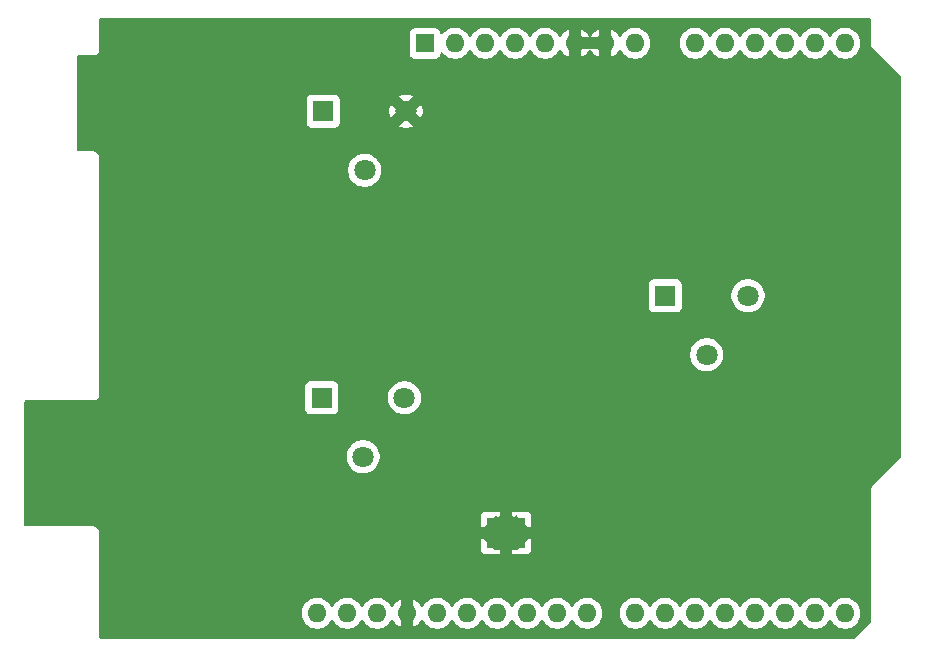
<source format=gbr>
%TF.GenerationSoftware,KiCad,Pcbnew,9.0.2*%
%TF.CreationDate,2025-11-24T10:29:42-08:00*%
%TF.ProjectId,motor_temperature,6d6f746f-725f-4746-956d-706572617475,A*%
%TF.SameCoordinates,Original*%
%TF.FileFunction,Copper,L2,Bot*%
%TF.FilePolarity,Positive*%
%FSLAX46Y46*%
G04 Gerber Fmt 4.6, Leading zero omitted, Abs format (unit mm)*
G04 Created by KiCad (PCBNEW 9.0.2) date 2025-11-24 10:29:42*
%MOMM*%
%LPD*%
G01*
G04 APERTURE LIST*
%TA.AperFunction,ComponentPad*%
%ADD10R,1.600000X1.600000*%
%TD*%
%TA.AperFunction,ComponentPad*%
%ADD11O,1.600000X1.600000*%
%TD*%
%TA.AperFunction,ComponentPad*%
%ADD12R,1.800000X1.800000*%
%TD*%
%TA.AperFunction,ComponentPad*%
%ADD13C,1.800000*%
%TD*%
%TA.AperFunction,ComponentPad*%
%ADD14C,0.630000*%
%TD*%
%TA.AperFunction,SMDPad,CuDef*%
%ADD15R,3.300000X2.600000*%
%TD*%
%TA.AperFunction,ViaPad*%
%ADD16C,0.406400*%
%TD*%
G04 APERTURE END LIST*
D10*
%TO.P,A1,1,NC*%
%TO.N,unconnected-(A1-NC-Pad1)*%
X126245000Y-66370000D03*
D11*
%TO.P,A1,2,IOREF*%
%TO.N,unconnected-(A1-IOREF-Pad2)*%
X128785000Y-66370000D03*
%TO.P,A1,3,~{RESET}*%
%TO.N,unconnected-(A1-~{RESET}-Pad3)*%
X131325000Y-66370000D03*
%TO.P,A1,4,3V3*%
%TO.N,/3V3*%
X133865000Y-66370000D03*
%TO.P,A1,5,+5V*%
%TO.N,+5V*%
X136405000Y-66370000D03*
%TO.P,A1,6,GND*%
%TO.N,GND*%
X138945000Y-66370000D03*
%TO.P,A1,7,GND*%
X141485000Y-66370000D03*
%TO.P,A1,8,VIN*%
%TO.N,unconnected-(A1-VIN-Pad8)*%
X144025000Y-66370000D03*
%TO.P,A1,9,A0*%
%TO.N,unconnected-(A1-A0-Pad9)*%
X149105000Y-66370000D03*
%TO.P,A1,10,A1*%
%TO.N,unconnected-(A1-A1-Pad10)*%
X151645000Y-66370000D03*
%TO.P,A1,11,A2*%
%TO.N,unconnected-(A1-A2-Pad11)*%
X154185000Y-66370000D03*
%TO.P,A1,12,A3*%
%TO.N,unconnected-(A1-A3-Pad12)*%
X156725000Y-66370000D03*
%TO.P,A1,13,SDA/A4*%
%TO.N,unconnected-(A1-SDA{slash}A4-Pad13)*%
X159265000Y-66370000D03*
%TO.P,A1,14,SCL/A5*%
%TO.N,unconnected-(A1-SCL{slash}A5-Pad14)*%
X161805000Y-66370000D03*
%TO.P,A1,15,D0/RX*%
%TO.N,/UART_RX*%
X161805000Y-114630000D03*
%TO.P,A1,16,D1/TX*%
%TO.N,/UART_TX*%
X159265000Y-114630000D03*
%TO.P,A1,17,D2*%
%TO.N,unconnected-(A1-D2-Pad17)*%
X156725000Y-114630000D03*
%TO.P,A1,18,D3*%
%TO.N,unconnected-(A1-D3-Pad18)*%
X154185000Y-114630000D03*
%TO.P,A1,19,D4*%
%TO.N,unconnected-(A1-D4-Pad19)*%
X151645000Y-114630000D03*
%TO.P,A1,20,D5*%
%TO.N,/IN_A*%
X149105000Y-114630000D03*
%TO.P,A1,21,D6*%
%TO.N,/IN_B*%
X146565000Y-114630000D03*
%TO.P,A1,22,D7*%
%TO.N,unconnected-(A1-D7-Pad22)*%
X144025000Y-114630000D03*
%TO.P,A1,23,D8*%
%TO.N,unconnected-(A1-D8-Pad23)*%
X139965000Y-114630000D03*
%TO.P,A1,24,D9*%
%TO.N,/IN_1*%
X137425000Y-114630000D03*
%TO.P,A1,25,D10*%
%TO.N,/IN_2*%
X134885000Y-114630000D03*
%TO.P,A1,26,D11*%
%TO.N,unconnected-(A1-D11-Pad26)*%
X132345000Y-114630000D03*
%TO.P,A1,27,D12*%
%TO.N,unconnected-(A1-D12-Pad27)*%
X129805000Y-114630000D03*
%TO.P,A1,28,D13*%
%TO.N,unconnected-(A1-D13-Pad28)*%
X127265000Y-114630000D03*
%TO.P,A1,29,GND*%
%TO.N,GND*%
X124725000Y-114630000D03*
%TO.P,A1,30,AREF*%
%TO.N,unconnected-(A1-AREF-Pad30)*%
X122185000Y-114630000D03*
%TO.P,A1,31,SDA/A4*%
%TO.N,unconnected-(A1-SDA{slash}A4-Pad31)*%
X119645000Y-114630000D03*
%TO.P,A1,32,SCL/A5*%
%TO.N,unconnected-(A1-SCL{slash}A5-Pad32)*%
X117105000Y-114630000D03*
%TD*%
D12*
%TO.P,J3,1,1*%
%TO.N,+12V*%
X117629500Y-72119000D03*
D13*
%TO.P,J3,2,2*%
%TO.N,unconnected-(J3-Pad2)*%
X121129500Y-77119000D03*
%TO.P,J3,3,3*%
%TO.N,GND*%
X124629500Y-72119000D03*
%TD*%
D12*
%TO.P,J1,1,1*%
%TO.N,/OUT_1*%
X117502500Y-96376000D03*
D13*
%TO.P,J1,2,2*%
%TO.N,/OUT_2*%
X121002500Y-101376000D03*
%TO.P,J1,3,3*%
%TO.N,unconnected-(J1-Pad3)*%
X124502500Y-96376000D03*
%TD*%
D12*
%TO.P,J2,1,1*%
%TO.N,/OUT_A*%
X146585500Y-87740000D03*
D13*
%TO.P,J2,2,2*%
%TO.N,Net-(U2-OB)*%
X150085500Y-92740000D03*
%TO.P,J2,3,3*%
%TO.N,unconnected-(J2-Pad3)*%
X153585500Y-87740000D03*
%TD*%
D14*
%TO.P,U1,9,GND*%
%TO.N,GND*%
X131796000Y-108473000D03*
X133096000Y-108473000D03*
X134396000Y-108473000D03*
D15*
X133096000Y-107823000D03*
D14*
X131796000Y-107173000D03*
X133096000Y-107173000D03*
X134396000Y-107173000D03*
%TD*%
D16*
%TO.N,GND*%
X135064500Y-99377500D03*
X154178000Y-103632000D03*
X144653000Y-107442000D03*
X132461000Y-99314000D03*
X159639000Y-116332000D03*
X143256000Y-102870000D03*
%TD*%
%TA.AperFunction,Conductor*%
%TO.N,GND*%
G36*
X163917539Y-64220185D02*
G01*
X163963294Y-64272989D01*
X163974500Y-64324500D01*
X163974500Y-66435891D01*
X164008608Y-66563187D01*
X164041554Y-66620250D01*
X164074500Y-66677314D01*
X164074502Y-66677316D01*
X166478181Y-69080995D01*
X166511666Y-69142318D01*
X166514500Y-69168676D01*
X166514500Y-101421324D01*
X166494815Y-101488363D01*
X166478181Y-101509005D01*
X164074502Y-103912683D01*
X164074500Y-103912686D01*
X164008608Y-104026812D01*
X163974500Y-104154108D01*
X163974500Y-115391324D01*
X163954815Y-115458363D01*
X163938181Y-115479005D01*
X162654005Y-116763181D01*
X162592682Y-116796666D01*
X162566324Y-116799500D01*
X98799500Y-116799500D01*
X98732461Y-116779815D01*
X98686706Y-116727011D01*
X98675500Y-116675500D01*
X98675500Y-114527648D01*
X115804500Y-114527648D01*
X115804500Y-114732351D01*
X115836522Y-114934534D01*
X115899781Y-115129223D01*
X115992715Y-115311613D01*
X116113028Y-115477213D01*
X116257786Y-115621971D01*
X116387060Y-115715892D01*
X116423390Y-115742287D01*
X116539607Y-115801503D01*
X116605776Y-115835218D01*
X116605778Y-115835218D01*
X116605781Y-115835220D01*
X116710137Y-115869127D01*
X116800465Y-115898477D01*
X116901557Y-115914488D01*
X117002648Y-115930500D01*
X117002649Y-115930500D01*
X117207351Y-115930500D01*
X117207352Y-115930500D01*
X117409534Y-115898477D01*
X117604219Y-115835220D01*
X117786610Y-115742287D01*
X117879590Y-115674732D01*
X117952213Y-115621971D01*
X117952215Y-115621968D01*
X117952219Y-115621966D01*
X118096966Y-115477219D01*
X118096968Y-115477215D01*
X118096971Y-115477213D01*
X118217284Y-115311614D01*
X118217286Y-115311611D01*
X118217287Y-115311610D01*
X118264516Y-115218917D01*
X118312489Y-115168123D01*
X118380310Y-115151328D01*
X118446445Y-115173865D01*
X118485485Y-115218919D01*
X118532715Y-115311614D01*
X118653028Y-115477213D01*
X118797786Y-115621971D01*
X118927060Y-115715892D01*
X118963390Y-115742287D01*
X119079607Y-115801503D01*
X119145776Y-115835218D01*
X119145778Y-115835218D01*
X119145781Y-115835220D01*
X119250137Y-115869127D01*
X119340465Y-115898477D01*
X119441557Y-115914488D01*
X119542648Y-115930500D01*
X119542649Y-115930500D01*
X119747351Y-115930500D01*
X119747352Y-115930500D01*
X119949534Y-115898477D01*
X120144219Y-115835220D01*
X120326610Y-115742287D01*
X120419590Y-115674732D01*
X120492213Y-115621971D01*
X120492215Y-115621968D01*
X120492219Y-115621966D01*
X120636966Y-115477219D01*
X120636968Y-115477215D01*
X120636971Y-115477213D01*
X120757284Y-115311614D01*
X120757286Y-115311611D01*
X120757287Y-115311610D01*
X120804516Y-115218917D01*
X120852489Y-115168123D01*
X120920310Y-115151328D01*
X120986445Y-115173865D01*
X121025485Y-115218919D01*
X121072715Y-115311614D01*
X121193028Y-115477213D01*
X121337786Y-115621971D01*
X121467060Y-115715892D01*
X121503390Y-115742287D01*
X121619607Y-115801503D01*
X121685776Y-115835218D01*
X121685778Y-115835218D01*
X121685781Y-115835220D01*
X121790137Y-115869127D01*
X121880465Y-115898477D01*
X121981557Y-115914488D01*
X122082648Y-115930500D01*
X122082649Y-115930500D01*
X122287351Y-115930500D01*
X122287352Y-115930500D01*
X122489534Y-115898477D01*
X122684219Y-115835220D01*
X122866610Y-115742287D01*
X122959590Y-115674732D01*
X123032213Y-115621971D01*
X123032215Y-115621968D01*
X123032219Y-115621966D01*
X123176966Y-115477219D01*
X123176968Y-115477215D01*
X123176971Y-115477213D01*
X123297284Y-115311614D01*
X123297286Y-115311611D01*
X123297287Y-115311610D01*
X123344795Y-115218369D01*
X123392770Y-115167574D01*
X123460591Y-115150779D01*
X123526725Y-115173316D01*
X123565765Y-115218370D01*
X123613140Y-115311349D01*
X123733417Y-115476894D01*
X123733417Y-115476895D01*
X123878104Y-115621582D01*
X124043652Y-115741861D01*
X124216999Y-115830185D01*
X124217000Y-115830185D01*
X124217000Y-114564174D01*
X124225000Y-114564174D01*
X124225000Y-114695826D01*
X124259075Y-114822993D01*
X124324901Y-114937007D01*
X124417993Y-115030099D01*
X124532007Y-115095925D01*
X124659174Y-115130000D01*
X124790826Y-115130000D01*
X124917993Y-115095925D01*
X125032007Y-115030099D01*
X125125099Y-114937007D01*
X125190925Y-114822993D01*
X125225000Y-114695826D01*
X125225000Y-114564174D01*
X125190925Y-114437007D01*
X125125099Y-114322993D01*
X125032007Y-114229901D01*
X124917993Y-114164075D01*
X124790826Y-114130000D01*
X124659174Y-114130000D01*
X124532007Y-114164075D01*
X124417993Y-114229901D01*
X124324901Y-114322993D01*
X124259075Y-114437007D01*
X124225000Y-114564174D01*
X124217000Y-114564174D01*
X124217000Y-113429814D01*
X125233000Y-113429814D01*
X125233000Y-115830185D01*
X125406347Y-115741861D01*
X125571894Y-115621582D01*
X125571895Y-115621582D01*
X125716582Y-115476895D01*
X125716582Y-115476894D01*
X125836861Y-115311347D01*
X125884234Y-115218371D01*
X125932208Y-115167575D01*
X126000028Y-115150779D01*
X126066164Y-115173316D01*
X126105203Y-115218369D01*
X126152713Y-115311611D01*
X126273028Y-115477213D01*
X126417786Y-115621971D01*
X126547060Y-115715892D01*
X126583390Y-115742287D01*
X126699607Y-115801503D01*
X126765776Y-115835218D01*
X126765778Y-115835218D01*
X126765781Y-115835220D01*
X126870137Y-115869127D01*
X126960465Y-115898477D01*
X127061557Y-115914488D01*
X127162648Y-115930500D01*
X127162649Y-115930500D01*
X127367351Y-115930500D01*
X127367352Y-115930500D01*
X127569534Y-115898477D01*
X127764219Y-115835220D01*
X127946610Y-115742287D01*
X128039590Y-115674732D01*
X128112213Y-115621971D01*
X128112215Y-115621968D01*
X128112219Y-115621966D01*
X128256966Y-115477219D01*
X128256968Y-115477215D01*
X128256971Y-115477213D01*
X128377284Y-115311614D01*
X128377286Y-115311611D01*
X128377287Y-115311610D01*
X128424516Y-115218917D01*
X128472489Y-115168123D01*
X128540310Y-115151328D01*
X128606445Y-115173865D01*
X128645485Y-115218919D01*
X128692715Y-115311614D01*
X128813028Y-115477213D01*
X128957786Y-115621971D01*
X129087060Y-115715892D01*
X129123390Y-115742287D01*
X129239607Y-115801503D01*
X129305776Y-115835218D01*
X129305778Y-115835218D01*
X129305781Y-115835220D01*
X129410137Y-115869127D01*
X129500465Y-115898477D01*
X129601557Y-115914488D01*
X129702648Y-115930500D01*
X129702649Y-115930500D01*
X129907351Y-115930500D01*
X129907352Y-115930500D01*
X130109534Y-115898477D01*
X130304219Y-115835220D01*
X130486610Y-115742287D01*
X130579590Y-115674732D01*
X130652213Y-115621971D01*
X130652215Y-115621968D01*
X130652219Y-115621966D01*
X130796966Y-115477219D01*
X130796968Y-115477215D01*
X130796971Y-115477213D01*
X130917284Y-115311614D01*
X130917286Y-115311611D01*
X130917287Y-115311610D01*
X130964516Y-115218917D01*
X131012489Y-115168123D01*
X131080310Y-115151328D01*
X131146445Y-115173865D01*
X131185485Y-115218919D01*
X131232715Y-115311614D01*
X131353028Y-115477213D01*
X131497786Y-115621971D01*
X131627060Y-115715892D01*
X131663390Y-115742287D01*
X131779607Y-115801503D01*
X131845776Y-115835218D01*
X131845778Y-115835218D01*
X131845781Y-115835220D01*
X131950137Y-115869127D01*
X132040465Y-115898477D01*
X132141557Y-115914488D01*
X132242648Y-115930500D01*
X132242649Y-115930500D01*
X132447351Y-115930500D01*
X132447352Y-115930500D01*
X132649534Y-115898477D01*
X132844219Y-115835220D01*
X133026610Y-115742287D01*
X133119590Y-115674732D01*
X133192213Y-115621971D01*
X133192215Y-115621968D01*
X133192219Y-115621966D01*
X133336966Y-115477219D01*
X133336968Y-115477215D01*
X133336971Y-115477213D01*
X133457284Y-115311614D01*
X133457286Y-115311611D01*
X133457287Y-115311610D01*
X133504516Y-115218917D01*
X133552489Y-115168123D01*
X133620310Y-115151328D01*
X133686445Y-115173865D01*
X133725485Y-115218919D01*
X133772715Y-115311614D01*
X133893028Y-115477213D01*
X134037786Y-115621971D01*
X134167060Y-115715892D01*
X134203390Y-115742287D01*
X134319607Y-115801503D01*
X134385776Y-115835218D01*
X134385778Y-115835218D01*
X134385781Y-115835220D01*
X134490137Y-115869127D01*
X134580465Y-115898477D01*
X134681557Y-115914488D01*
X134782648Y-115930500D01*
X134782649Y-115930500D01*
X134987351Y-115930500D01*
X134987352Y-115930500D01*
X135189534Y-115898477D01*
X135384219Y-115835220D01*
X135566610Y-115742287D01*
X135659590Y-115674732D01*
X135732213Y-115621971D01*
X135732215Y-115621968D01*
X135732219Y-115621966D01*
X135876966Y-115477219D01*
X135876968Y-115477215D01*
X135876971Y-115477213D01*
X135997284Y-115311614D01*
X135997286Y-115311611D01*
X135997287Y-115311610D01*
X136044516Y-115218917D01*
X136092489Y-115168123D01*
X136160310Y-115151328D01*
X136226445Y-115173865D01*
X136265485Y-115218919D01*
X136312715Y-115311614D01*
X136433028Y-115477213D01*
X136577786Y-115621971D01*
X136707060Y-115715892D01*
X136743390Y-115742287D01*
X136859607Y-115801503D01*
X136925776Y-115835218D01*
X136925778Y-115835218D01*
X136925781Y-115835220D01*
X137030137Y-115869127D01*
X137120465Y-115898477D01*
X137221557Y-115914488D01*
X137322648Y-115930500D01*
X137322649Y-115930500D01*
X137527351Y-115930500D01*
X137527352Y-115930500D01*
X137729534Y-115898477D01*
X137924219Y-115835220D01*
X138106610Y-115742287D01*
X138199590Y-115674732D01*
X138272213Y-115621971D01*
X138272215Y-115621968D01*
X138272219Y-115621966D01*
X138416966Y-115477219D01*
X138416968Y-115477215D01*
X138416971Y-115477213D01*
X138537284Y-115311614D01*
X138537286Y-115311611D01*
X138537287Y-115311610D01*
X138584516Y-115218917D01*
X138632489Y-115168123D01*
X138700310Y-115151328D01*
X138766445Y-115173865D01*
X138805485Y-115218919D01*
X138852715Y-115311614D01*
X138973028Y-115477213D01*
X139117786Y-115621971D01*
X139247060Y-115715892D01*
X139283390Y-115742287D01*
X139399607Y-115801503D01*
X139465776Y-115835218D01*
X139465778Y-115835218D01*
X139465781Y-115835220D01*
X139570137Y-115869127D01*
X139660465Y-115898477D01*
X139761557Y-115914488D01*
X139862648Y-115930500D01*
X139862649Y-115930500D01*
X140067351Y-115930500D01*
X140067352Y-115930500D01*
X140269534Y-115898477D01*
X140464219Y-115835220D01*
X140646610Y-115742287D01*
X140739590Y-115674732D01*
X140812213Y-115621971D01*
X140812215Y-115621968D01*
X140812219Y-115621966D01*
X140956966Y-115477219D01*
X140956968Y-115477215D01*
X140956971Y-115477213D01*
X141019372Y-115391324D01*
X141077287Y-115311610D01*
X141170220Y-115129219D01*
X141233477Y-114934534D01*
X141265500Y-114732352D01*
X141265500Y-114527648D01*
X142724500Y-114527648D01*
X142724500Y-114732351D01*
X142756522Y-114934534D01*
X142819781Y-115129223D01*
X142912715Y-115311613D01*
X143033028Y-115477213D01*
X143177786Y-115621971D01*
X143307060Y-115715892D01*
X143343390Y-115742287D01*
X143459607Y-115801503D01*
X143525776Y-115835218D01*
X143525778Y-115835218D01*
X143525781Y-115835220D01*
X143630137Y-115869127D01*
X143720465Y-115898477D01*
X143821557Y-115914488D01*
X143922648Y-115930500D01*
X143922649Y-115930500D01*
X144127351Y-115930500D01*
X144127352Y-115930500D01*
X144329534Y-115898477D01*
X144524219Y-115835220D01*
X144706610Y-115742287D01*
X144799590Y-115674732D01*
X144872213Y-115621971D01*
X144872215Y-115621968D01*
X144872219Y-115621966D01*
X145016966Y-115477219D01*
X145016968Y-115477215D01*
X145016971Y-115477213D01*
X145137284Y-115311614D01*
X145137286Y-115311611D01*
X145137287Y-115311610D01*
X145184516Y-115218917D01*
X145232489Y-115168123D01*
X145300310Y-115151328D01*
X145366445Y-115173865D01*
X145405485Y-115218919D01*
X145452715Y-115311614D01*
X145573028Y-115477213D01*
X145717786Y-115621971D01*
X145847060Y-115715892D01*
X145883390Y-115742287D01*
X145999607Y-115801503D01*
X146065776Y-115835218D01*
X146065778Y-115835218D01*
X146065781Y-115835220D01*
X146170137Y-115869127D01*
X146260465Y-115898477D01*
X146361557Y-115914488D01*
X146462648Y-115930500D01*
X146462649Y-115930500D01*
X146667351Y-115930500D01*
X146667352Y-115930500D01*
X146869534Y-115898477D01*
X147064219Y-115835220D01*
X147246610Y-115742287D01*
X147339590Y-115674732D01*
X147412213Y-115621971D01*
X147412215Y-115621968D01*
X147412219Y-115621966D01*
X147556966Y-115477219D01*
X147556968Y-115477215D01*
X147556971Y-115477213D01*
X147677284Y-115311614D01*
X147677286Y-115311611D01*
X147677287Y-115311610D01*
X147724516Y-115218917D01*
X147772489Y-115168123D01*
X147840310Y-115151328D01*
X147906445Y-115173865D01*
X147945485Y-115218919D01*
X147992715Y-115311614D01*
X148113028Y-115477213D01*
X148257786Y-115621971D01*
X148387060Y-115715892D01*
X148423390Y-115742287D01*
X148539607Y-115801503D01*
X148605776Y-115835218D01*
X148605778Y-115835218D01*
X148605781Y-115835220D01*
X148710137Y-115869127D01*
X148800465Y-115898477D01*
X148901557Y-115914488D01*
X149002648Y-115930500D01*
X149002649Y-115930500D01*
X149207351Y-115930500D01*
X149207352Y-115930500D01*
X149409534Y-115898477D01*
X149604219Y-115835220D01*
X149786610Y-115742287D01*
X149879590Y-115674732D01*
X149952213Y-115621971D01*
X149952215Y-115621968D01*
X149952219Y-115621966D01*
X150096966Y-115477219D01*
X150096968Y-115477215D01*
X150096971Y-115477213D01*
X150217284Y-115311614D01*
X150217286Y-115311611D01*
X150217287Y-115311610D01*
X150264516Y-115218917D01*
X150312489Y-115168123D01*
X150380310Y-115151328D01*
X150446445Y-115173865D01*
X150485485Y-115218919D01*
X150532715Y-115311614D01*
X150653028Y-115477213D01*
X150797786Y-115621971D01*
X150927060Y-115715892D01*
X150963390Y-115742287D01*
X151079607Y-115801503D01*
X151145776Y-115835218D01*
X151145778Y-115835218D01*
X151145781Y-115835220D01*
X151250137Y-115869127D01*
X151340465Y-115898477D01*
X151441557Y-115914488D01*
X151542648Y-115930500D01*
X151542649Y-115930500D01*
X151747351Y-115930500D01*
X151747352Y-115930500D01*
X151949534Y-115898477D01*
X152144219Y-115835220D01*
X152326610Y-115742287D01*
X152419590Y-115674732D01*
X152492213Y-115621971D01*
X152492215Y-115621968D01*
X152492219Y-115621966D01*
X152636966Y-115477219D01*
X152636968Y-115477215D01*
X152636971Y-115477213D01*
X152757284Y-115311614D01*
X152757286Y-115311611D01*
X152757287Y-115311610D01*
X152804516Y-115218917D01*
X152852489Y-115168123D01*
X152920310Y-115151328D01*
X152986445Y-115173865D01*
X153025485Y-115218919D01*
X153072715Y-115311614D01*
X153193028Y-115477213D01*
X153337786Y-115621971D01*
X153467060Y-115715892D01*
X153503390Y-115742287D01*
X153619607Y-115801503D01*
X153685776Y-115835218D01*
X153685778Y-115835218D01*
X153685781Y-115835220D01*
X153790137Y-115869127D01*
X153880465Y-115898477D01*
X153981557Y-115914488D01*
X154082648Y-115930500D01*
X154082649Y-115930500D01*
X154287351Y-115930500D01*
X154287352Y-115930500D01*
X154489534Y-115898477D01*
X154684219Y-115835220D01*
X154866610Y-115742287D01*
X154959590Y-115674732D01*
X155032213Y-115621971D01*
X155032215Y-115621968D01*
X155032219Y-115621966D01*
X155176966Y-115477219D01*
X155176968Y-115477215D01*
X155176971Y-115477213D01*
X155297284Y-115311614D01*
X155297286Y-115311611D01*
X155297287Y-115311610D01*
X155344516Y-115218917D01*
X155392489Y-115168123D01*
X155460310Y-115151328D01*
X155526445Y-115173865D01*
X155565485Y-115218919D01*
X155612715Y-115311614D01*
X155733028Y-115477213D01*
X155877786Y-115621971D01*
X156007060Y-115715892D01*
X156043390Y-115742287D01*
X156159607Y-115801503D01*
X156225776Y-115835218D01*
X156225778Y-115835218D01*
X156225781Y-115835220D01*
X156330137Y-115869127D01*
X156420465Y-115898477D01*
X156521557Y-115914488D01*
X156622648Y-115930500D01*
X156622649Y-115930500D01*
X156827351Y-115930500D01*
X156827352Y-115930500D01*
X157029534Y-115898477D01*
X157224219Y-115835220D01*
X157406610Y-115742287D01*
X157499590Y-115674732D01*
X157572213Y-115621971D01*
X157572215Y-115621968D01*
X157572219Y-115621966D01*
X157716966Y-115477219D01*
X157716968Y-115477215D01*
X157716971Y-115477213D01*
X157837284Y-115311614D01*
X157837286Y-115311611D01*
X157837287Y-115311610D01*
X157884516Y-115218917D01*
X157932489Y-115168123D01*
X158000310Y-115151328D01*
X158066445Y-115173865D01*
X158105485Y-115218919D01*
X158152715Y-115311614D01*
X158273028Y-115477213D01*
X158417786Y-115621971D01*
X158547060Y-115715892D01*
X158583390Y-115742287D01*
X158699607Y-115801503D01*
X158765776Y-115835218D01*
X158765778Y-115835218D01*
X158765781Y-115835220D01*
X158870137Y-115869127D01*
X158960465Y-115898477D01*
X159061557Y-115914488D01*
X159162648Y-115930500D01*
X159162649Y-115930500D01*
X159367351Y-115930500D01*
X159367352Y-115930500D01*
X159569534Y-115898477D01*
X159764219Y-115835220D01*
X159946610Y-115742287D01*
X160039590Y-115674732D01*
X160112213Y-115621971D01*
X160112215Y-115621968D01*
X160112219Y-115621966D01*
X160256966Y-115477219D01*
X160256968Y-115477215D01*
X160256971Y-115477213D01*
X160377284Y-115311614D01*
X160377286Y-115311611D01*
X160377287Y-115311610D01*
X160424516Y-115218917D01*
X160472489Y-115168123D01*
X160540310Y-115151328D01*
X160606445Y-115173865D01*
X160645485Y-115218919D01*
X160692715Y-115311614D01*
X160813028Y-115477213D01*
X160957786Y-115621971D01*
X161087060Y-115715892D01*
X161123390Y-115742287D01*
X161239607Y-115801503D01*
X161305776Y-115835218D01*
X161305778Y-115835218D01*
X161305781Y-115835220D01*
X161410137Y-115869127D01*
X161500465Y-115898477D01*
X161601557Y-115914488D01*
X161702648Y-115930500D01*
X161702649Y-115930500D01*
X161907351Y-115930500D01*
X161907352Y-115930500D01*
X162109534Y-115898477D01*
X162304219Y-115835220D01*
X162486610Y-115742287D01*
X162579590Y-115674732D01*
X162652213Y-115621971D01*
X162652215Y-115621968D01*
X162652219Y-115621966D01*
X162796966Y-115477219D01*
X162796968Y-115477215D01*
X162796971Y-115477213D01*
X162859372Y-115391324D01*
X162917287Y-115311610D01*
X163010220Y-115129219D01*
X163073477Y-114934534D01*
X163105500Y-114732352D01*
X163105500Y-114527648D01*
X163073477Y-114325466D01*
X163072673Y-114322993D01*
X163010218Y-114130776D01*
X162917419Y-113948650D01*
X162917287Y-113948390D01*
X162909556Y-113937749D01*
X162796971Y-113782786D01*
X162652213Y-113638028D01*
X162486613Y-113517715D01*
X162486612Y-113517714D01*
X162486610Y-113517713D01*
X162429653Y-113488691D01*
X162304223Y-113424781D01*
X162109534Y-113361522D01*
X161934995Y-113333878D01*
X161907352Y-113329500D01*
X161702648Y-113329500D01*
X161678329Y-113333351D01*
X161500465Y-113361522D01*
X161305776Y-113424781D01*
X161123386Y-113517715D01*
X160957786Y-113638028D01*
X160813028Y-113782786D01*
X160692715Y-113948386D01*
X160645485Y-114041080D01*
X160597510Y-114091876D01*
X160529689Y-114108671D01*
X160463554Y-114086134D01*
X160424515Y-114041080D01*
X160377419Y-113948650D01*
X160377287Y-113948390D01*
X160369556Y-113937749D01*
X160256971Y-113782786D01*
X160112213Y-113638028D01*
X159946613Y-113517715D01*
X159946612Y-113517714D01*
X159946610Y-113517713D01*
X159889653Y-113488691D01*
X159764223Y-113424781D01*
X159569534Y-113361522D01*
X159394995Y-113333878D01*
X159367352Y-113329500D01*
X159162648Y-113329500D01*
X159138329Y-113333351D01*
X158960465Y-113361522D01*
X158765776Y-113424781D01*
X158583386Y-113517715D01*
X158417786Y-113638028D01*
X158273028Y-113782786D01*
X158152715Y-113948386D01*
X158105485Y-114041080D01*
X158057510Y-114091876D01*
X157989689Y-114108671D01*
X157923554Y-114086134D01*
X157884515Y-114041080D01*
X157837419Y-113948650D01*
X157837287Y-113948390D01*
X157829556Y-113937749D01*
X157716971Y-113782786D01*
X157572213Y-113638028D01*
X157406613Y-113517715D01*
X157406612Y-113517714D01*
X157406610Y-113517713D01*
X157349653Y-113488691D01*
X157224223Y-113424781D01*
X157029534Y-113361522D01*
X156854995Y-113333878D01*
X156827352Y-113329500D01*
X156622648Y-113329500D01*
X156598329Y-113333351D01*
X156420465Y-113361522D01*
X156225776Y-113424781D01*
X156043386Y-113517715D01*
X155877786Y-113638028D01*
X155733028Y-113782786D01*
X155612715Y-113948386D01*
X155565485Y-114041080D01*
X155517510Y-114091876D01*
X155449689Y-114108671D01*
X155383554Y-114086134D01*
X155344515Y-114041080D01*
X155297419Y-113948650D01*
X155297287Y-113948390D01*
X155289556Y-113937749D01*
X155176971Y-113782786D01*
X155032213Y-113638028D01*
X154866613Y-113517715D01*
X154866612Y-113517714D01*
X154866610Y-113517713D01*
X154809653Y-113488691D01*
X154684223Y-113424781D01*
X154489534Y-113361522D01*
X154314995Y-113333878D01*
X154287352Y-113329500D01*
X154082648Y-113329500D01*
X154058329Y-113333351D01*
X153880465Y-113361522D01*
X153685776Y-113424781D01*
X153503386Y-113517715D01*
X153337786Y-113638028D01*
X153193028Y-113782786D01*
X153072715Y-113948386D01*
X153025485Y-114041080D01*
X152977510Y-114091876D01*
X152909689Y-114108671D01*
X152843554Y-114086134D01*
X152804515Y-114041080D01*
X152757419Y-113948650D01*
X152757287Y-113948390D01*
X152749556Y-113937749D01*
X152636971Y-113782786D01*
X152492213Y-113638028D01*
X152326613Y-113517715D01*
X152326612Y-113517714D01*
X152326610Y-113517713D01*
X152269653Y-113488691D01*
X152144223Y-113424781D01*
X151949534Y-113361522D01*
X151774995Y-113333878D01*
X151747352Y-113329500D01*
X151542648Y-113329500D01*
X151518329Y-113333351D01*
X151340465Y-113361522D01*
X151145776Y-113424781D01*
X150963386Y-113517715D01*
X150797786Y-113638028D01*
X150653028Y-113782786D01*
X150532715Y-113948386D01*
X150485485Y-114041080D01*
X150437510Y-114091876D01*
X150369689Y-114108671D01*
X150303554Y-114086134D01*
X150264515Y-114041080D01*
X150217419Y-113948650D01*
X150217287Y-113948390D01*
X150209556Y-113937749D01*
X150096971Y-113782786D01*
X149952213Y-113638028D01*
X149786613Y-113517715D01*
X149786612Y-113517714D01*
X149786610Y-113517713D01*
X149729653Y-113488691D01*
X149604223Y-113424781D01*
X149409534Y-113361522D01*
X149234995Y-113333878D01*
X149207352Y-113329500D01*
X149002648Y-113329500D01*
X148978329Y-113333351D01*
X148800465Y-113361522D01*
X148605776Y-113424781D01*
X148423386Y-113517715D01*
X148257786Y-113638028D01*
X148113028Y-113782786D01*
X147992715Y-113948386D01*
X147945485Y-114041080D01*
X147897510Y-114091876D01*
X147829689Y-114108671D01*
X147763554Y-114086134D01*
X147724515Y-114041080D01*
X147677419Y-113948650D01*
X147677287Y-113948390D01*
X147669556Y-113937749D01*
X147556971Y-113782786D01*
X147412213Y-113638028D01*
X147246613Y-113517715D01*
X147246612Y-113517714D01*
X147246610Y-113517713D01*
X147189653Y-113488691D01*
X147064223Y-113424781D01*
X146869534Y-113361522D01*
X146694995Y-113333878D01*
X146667352Y-113329500D01*
X146462648Y-113329500D01*
X146438329Y-113333351D01*
X146260465Y-113361522D01*
X146065776Y-113424781D01*
X145883386Y-113517715D01*
X145717786Y-113638028D01*
X145573028Y-113782786D01*
X145452715Y-113948386D01*
X145405485Y-114041080D01*
X145357510Y-114091876D01*
X145289689Y-114108671D01*
X145223554Y-114086134D01*
X145184515Y-114041080D01*
X145137419Y-113948650D01*
X145137287Y-113948390D01*
X145129556Y-113937749D01*
X145016971Y-113782786D01*
X144872213Y-113638028D01*
X144706613Y-113517715D01*
X144706612Y-113517714D01*
X144706610Y-113517713D01*
X144649653Y-113488691D01*
X144524223Y-113424781D01*
X144329534Y-113361522D01*
X144154995Y-113333878D01*
X144127352Y-113329500D01*
X143922648Y-113329500D01*
X143898329Y-113333351D01*
X143720465Y-113361522D01*
X143525776Y-113424781D01*
X143343386Y-113517715D01*
X143177786Y-113638028D01*
X143033028Y-113782786D01*
X142912715Y-113948386D01*
X142819781Y-114130776D01*
X142756522Y-114325465D01*
X142724500Y-114527648D01*
X141265500Y-114527648D01*
X141233477Y-114325466D01*
X141232673Y-114322993D01*
X141170218Y-114130776D01*
X141077419Y-113948650D01*
X141077287Y-113948390D01*
X141069556Y-113937749D01*
X140956971Y-113782786D01*
X140812213Y-113638028D01*
X140646613Y-113517715D01*
X140646612Y-113517714D01*
X140646610Y-113517713D01*
X140589653Y-113488691D01*
X140464223Y-113424781D01*
X140269534Y-113361522D01*
X140094995Y-113333878D01*
X140067352Y-113329500D01*
X139862648Y-113329500D01*
X139838329Y-113333351D01*
X139660465Y-113361522D01*
X139465776Y-113424781D01*
X139283386Y-113517715D01*
X139117786Y-113638028D01*
X138973028Y-113782786D01*
X138852715Y-113948386D01*
X138805485Y-114041080D01*
X138757510Y-114091876D01*
X138689689Y-114108671D01*
X138623554Y-114086134D01*
X138584515Y-114041080D01*
X138537419Y-113948650D01*
X138537287Y-113948390D01*
X138529556Y-113937749D01*
X138416971Y-113782786D01*
X138272213Y-113638028D01*
X138106613Y-113517715D01*
X138106612Y-113517714D01*
X138106610Y-113517713D01*
X138049653Y-113488691D01*
X137924223Y-113424781D01*
X137729534Y-113361522D01*
X137554995Y-113333878D01*
X137527352Y-113329500D01*
X137322648Y-113329500D01*
X137298329Y-113333351D01*
X137120465Y-113361522D01*
X136925776Y-113424781D01*
X136743386Y-113517715D01*
X136577786Y-113638028D01*
X136433028Y-113782786D01*
X136312715Y-113948386D01*
X136265485Y-114041080D01*
X136217510Y-114091876D01*
X136149689Y-114108671D01*
X136083554Y-114086134D01*
X136044515Y-114041080D01*
X135997419Y-113948650D01*
X135997287Y-113948390D01*
X135989556Y-113937749D01*
X135876971Y-113782786D01*
X135732213Y-113638028D01*
X135566613Y-113517715D01*
X135566612Y-113517714D01*
X135566610Y-113517713D01*
X135509653Y-113488691D01*
X135384223Y-113424781D01*
X135189534Y-113361522D01*
X135014995Y-113333878D01*
X134987352Y-113329500D01*
X134782648Y-113329500D01*
X134758329Y-113333351D01*
X134580465Y-113361522D01*
X134385776Y-113424781D01*
X134203386Y-113517715D01*
X134037786Y-113638028D01*
X133893028Y-113782786D01*
X133772715Y-113948386D01*
X133725485Y-114041080D01*
X133677510Y-114091876D01*
X133609689Y-114108671D01*
X133543554Y-114086134D01*
X133504515Y-114041080D01*
X133457419Y-113948650D01*
X133457287Y-113948390D01*
X133449556Y-113937749D01*
X133336971Y-113782786D01*
X133192213Y-113638028D01*
X133026613Y-113517715D01*
X133026612Y-113517714D01*
X133026610Y-113517713D01*
X132969653Y-113488691D01*
X132844223Y-113424781D01*
X132649534Y-113361522D01*
X132474995Y-113333878D01*
X132447352Y-113329500D01*
X132242648Y-113329500D01*
X132218329Y-113333351D01*
X132040465Y-113361522D01*
X131845776Y-113424781D01*
X131663386Y-113517715D01*
X131497786Y-113638028D01*
X131353028Y-113782786D01*
X131232715Y-113948386D01*
X131185485Y-114041080D01*
X131137510Y-114091876D01*
X131069689Y-114108671D01*
X131003554Y-114086134D01*
X130964515Y-114041080D01*
X130917419Y-113948650D01*
X130917287Y-113948390D01*
X130909556Y-113937749D01*
X130796971Y-113782786D01*
X130652213Y-113638028D01*
X130486613Y-113517715D01*
X130486612Y-113517714D01*
X130486610Y-113517713D01*
X130429653Y-113488691D01*
X130304223Y-113424781D01*
X130109534Y-113361522D01*
X129934995Y-113333878D01*
X129907352Y-113329500D01*
X129702648Y-113329500D01*
X129678329Y-113333351D01*
X129500465Y-113361522D01*
X129305776Y-113424781D01*
X129123386Y-113517715D01*
X128957786Y-113638028D01*
X128813028Y-113782786D01*
X128692715Y-113948386D01*
X128645485Y-114041080D01*
X128597510Y-114091876D01*
X128529689Y-114108671D01*
X128463554Y-114086134D01*
X128424515Y-114041080D01*
X128377419Y-113948650D01*
X128377287Y-113948390D01*
X128369556Y-113937749D01*
X128256971Y-113782786D01*
X128112213Y-113638028D01*
X127946613Y-113517715D01*
X127946612Y-113517714D01*
X127946610Y-113517713D01*
X127889653Y-113488691D01*
X127764223Y-113424781D01*
X127569534Y-113361522D01*
X127394995Y-113333878D01*
X127367352Y-113329500D01*
X127162648Y-113329500D01*
X127138329Y-113333351D01*
X126960465Y-113361522D01*
X126765776Y-113424781D01*
X126583386Y-113517715D01*
X126417786Y-113638028D01*
X126273028Y-113782786D01*
X126152713Y-113948388D01*
X126105203Y-114041630D01*
X126057228Y-114092426D01*
X125989407Y-114109220D01*
X125923272Y-114086682D01*
X125884234Y-114041628D01*
X125836861Y-113948652D01*
X125716582Y-113783105D01*
X125716582Y-113783104D01*
X125571895Y-113638417D01*
X125406349Y-113518140D01*
X125233000Y-113429814D01*
X124217000Y-113429814D01*
X124043650Y-113518140D01*
X123878105Y-113638417D01*
X123878104Y-113638417D01*
X123733417Y-113783104D01*
X123733417Y-113783105D01*
X123613140Y-113948650D01*
X123565765Y-114041629D01*
X123517790Y-114092425D01*
X123449969Y-114109220D01*
X123383834Y-114086682D01*
X123344795Y-114041629D01*
X123297419Y-113948650D01*
X123297287Y-113948390D01*
X123289556Y-113937749D01*
X123176971Y-113782786D01*
X123032213Y-113638028D01*
X122866613Y-113517715D01*
X122866612Y-113517714D01*
X122866610Y-113517713D01*
X122809653Y-113488691D01*
X122684223Y-113424781D01*
X122489534Y-113361522D01*
X122314995Y-113333878D01*
X122287352Y-113329500D01*
X122082648Y-113329500D01*
X122058329Y-113333351D01*
X121880465Y-113361522D01*
X121685776Y-113424781D01*
X121503386Y-113517715D01*
X121337786Y-113638028D01*
X121193028Y-113782786D01*
X121072715Y-113948386D01*
X121025485Y-114041080D01*
X120977510Y-114091876D01*
X120909689Y-114108671D01*
X120843554Y-114086134D01*
X120804515Y-114041080D01*
X120757419Y-113948650D01*
X120757287Y-113948390D01*
X120749556Y-113937749D01*
X120636971Y-113782786D01*
X120492213Y-113638028D01*
X120326613Y-113517715D01*
X120326612Y-113517714D01*
X120326610Y-113517713D01*
X120269653Y-113488691D01*
X120144223Y-113424781D01*
X119949534Y-113361522D01*
X119774995Y-113333878D01*
X119747352Y-113329500D01*
X119542648Y-113329500D01*
X119518329Y-113333351D01*
X119340465Y-113361522D01*
X119145776Y-113424781D01*
X118963386Y-113517715D01*
X118797786Y-113638028D01*
X118653028Y-113782786D01*
X118532715Y-113948386D01*
X118485485Y-114041080D01*
X118437510Y-114091876D01*
X118369689Y-114108671D01*
X118303554Y-114086134D01*
X118264515Y-114041080D01*
X118217419Y-113948650D01*
X118217287Y-113948390D01*
X118209556Y-113937749D01*
X118096971Y-113782786D01*
X117952213Y-113638028D01*
X117786613Y-113517715D01*
X117786612Y-113517714D01*
X117786610Y-113517713D01*
X117729653Y-113488691D01*
X117604223Y-113424781D01*
X117409534Y-113361522D01*
X117234995Y-113333878D01*
X117207352Y-113329500D01*
X117002648Y-113329500D01*
X116978329Y-113333351D01*
X116800465Y-113361522D01*
X116605776Y-113424781D01*
X116423386Y-113517715D01*
X116257786Y-113638028D01*
X116113028Y-113782786D01*
X115992715Y-113948386D01*
X115899781Y-114130776D01*
X115836522Y-114325465D01*
X115804500Y-114527648D01*
X98675500Y-114527648D01*
X98675500Y-109170844D01*
X130946000Y-109170844D01*
X130952401Y-109230372D01*
X130952403Y-109230379D01*
X131002645Y-109365086D01*
X131002649Y-109365093D01*
X131088809Y-109480187D01*
X131088812Y-109480190D01*
X131203906Y-109566350D01*
X131203913Y-109566354D01*
X131338620Y-109616596D01*
X131338627Y-109616598D01*
X131398155Y-109622999D01*
X131398172Y-109623000D01*
X132588000Y-109623000D01*
X132588000Y-109301432D01*
X132587999Y-109301431D01*
X133604000Y-109301431D01*
X133604000Y-109623000D01*
X134793828Y-109623000D01*
X134793844Y-109622999D01*
X134853372Y-109616598D01*
X134853379Y-109616596D01*
X134988086Y-109566354D01*
X134988093Y-109566350D01*
X135103187Y-109480190D01*
X135103190Y-109480187D01*
X135189350Y-109365093D01*
X135189354Y-109365086D01*
X135239596Y-109230379D01*
X135239598Y-109230372D01*
X135245999Y-109170844D01*
X135246000Y-109170827D01*
X135246000Y-108331000D01*
X134983477Y-108331000D01*
X134038204Y-109276274D01*
X133976881Y-109309759D01*
X133907189Y-109304775D01*
X133862842Y-109276274D01*
X133746000Y-109159432D01*
X133604000Y-109301431D01*
X132587999Y-109301431D01*
X132446000Y-109159432D01*
X132329158Y-109276274D01*
X132267835Y-109309759D01*
X132198143Y-109304775D01*
X132153796Y-109276274D01*
X131317701Y-108440179D01*
X131631000Y-108440179D01*
X131631000Y-108505821D01*
X131656119Y-108566465D01*
X131702535Y-108612881D01*
X131763179Y-108638000D01*
X131828821Y-108638000D01*
X131889465Y-108612881D01*
X131935881Y-108566465D01*
X131961000Y-108505821D01*
X131961000Y-108473000D01*
X132241478Y-108473000D01*
X132446000Y-108677522D01*
X132587999Y-108535522D01*
X132588000Y-108535521D01*
X132588000Y-108440179D01*
X132931000Y-108440179D01*
X132931000Y-108505821D01*
X132956119Y-108566465D01*
X133002535Y-108612881D01*
X133063179Y-108638000D01*
X133128821Y-108638000D01*
X133189465Y-108612881D01*
X133235881Y-108566465D01*
X133261000Y-108505821D01*
X133261000Y-108440179D01*
X133248697Y-108410477D01*
X133604000Y-108410477D01*
X133604000Y-108535522D01*
X133746000Y-108677522D01*
X133950522Y-108473000D01*
X133917701Y-108440179D01*
X134231000Y-108440179D01*
X134231000Y-108505821D01*
X134256119Y-108566465D01*
X134302535Y-108612881D01*
X134363179Y-108638000D01*
X134428821Y-108638000D01*
X134489465Y-108612881D01*
X134535881Y-108566465D01*
X134561000Y-108505821D01*
X134561000Y-108440179D01*
X134535881Y-108379535D01*
X134489465Y-108333119D01*
X134428821Y-108308000D01*
X134363179Y-108308000D01*
X134302535Y-108333119D01*
X134256119Y-108379535D01*
X134231000Y-108440179D01*
X133917701Y-108440179D01*
X133808522Y-108331000D01*
X133683477Y-108331000D01*
X133604000Y-108410477D01*
X133248697Y-108410477D01*
X133235881Y-108379535D01*
X133189465Y-108333119D01*
X133128821Y-108308000D01*
X133063179Y-108308000D01*
X133002535Y-108333119D01*
X132956119Y-108379535D01*
X132931000Y-108440179D01*
X132588000Y-108440179D01*
X132588000Y-108410478D01*
X132508522Y-108331000D01*
X132383477Y-108331000D01*
X132241478Y-108473000D01*
X131961000Y-108473000D01*
X131961000Y-108440179D01*
X131935881Y-108379535D01*
X131889465Y-108333119D01*
X131828821Y-108308000D01*
X131763179Y-108308000D01*
X131702535Y-108333119D01*
X131656119Y-108379535D01*
X131631000Y-108440179D01*
X131317701Y-108440179D01*
X131208522Y-108331000D01*
X130946000Y-108331000D01*
X130946000Y-109170844D01*
X98675500Y-109170844D01*
X98675500Y-107704110D01*
X98675500Y-107704108D01*
X98641392Y-107576814D01*
X98575500Y-107462686D01*
X98482314Y-107369500D01*
X98425250Y-107336554D01*
X98368187Y-107303608D01*
X98304539Y-107286554D01*
X98240892Y-107269500D01*
X98240891Y-107269500D01*
X92449500Y-107269500D01*
X92382461Y-107249815D01*
X92336706Y-107197011D01*
X92325500Y-107145500D01*
X92325500Y-106475155D01*
X130946000Y-106475155D01*
X130946000Y-107315000D01*
X131208522Y-107315000D01*
X131208522Y-107314999D01*
X131383343Y-107140179D01*
X131631000Y-107140179D01*
X131631000Y-107205821D01*
X131656119Y-107266465D01*
X131702535Y-107312881D01*
X131763179Y-107338000D01*
X131828821Y-107338000D01*
X131889465Y-107312881D01*
X131935881Y-107266465D01*
X131961000Y-107205821D01*
X131961000Y-107173000D01*
X132241478Y-107173000D01*
X132383478Y-107315000D01*
X132508522Y-107315000D01*
X132508522Y-107314999D01*
X132588000Y-107235521D01*
X132588000Y-107140179D01*
X132931000Y-107140179D01*
X132931000Y-107205821D01*
X132956119Y-107266465D01*
X133002535Y-107312881D01*
X133063179Y-107338000D01*
X133128821Y-107338000D01*
X133189465Y-107312881D01*
X133235881Y-107266465D01*
X133261000Y-107205821D01*
X133261000Y-107140179D01*
X133248697Y-107110477D01*
X133604000Y-107110477D01*
X133604000Y-107235522D01*
X133683478Y-107315000D01*
X133808522Y-107315000D01*
X133808522Y-107314999D01*
X133950522Y-107173000D01*
X133917701Y-107140179D01*
X134231000Y-107140179D01*
X134231000Y-107205821D01*
X134256119Y-107266465D01*
X134302535Y-107312881D01*
X134363179Y-107338000D01*
X134428821Y-107338000D01*
X134489465Y-107312881D01*
X134535881Y-107266465D01*
X134561000Y-107205821D01*
X134561000Y-107140179D01*
X134535881Y-107079535D01*
X134489465Y-107033119D01*
X134428821Y-107008000D01*
X134363179Y-107008000D01*
X134302535Y-107033119D01*
X134256119Y-107079535D01*
X134231000Y-107140179D01*
X133917701Y-107140179D01*
X133746000Y-106968478D01*
X133604000Y-107110477D01*
X133248697Y-107110477D01*
X133235881Y-107079535D01*
X133189465Y-107033119D01*
X133128821Y-107008000D01*
X133063179Y-107008000D01*
X133002535Y-107033119D01*
X132956119Y-107079535D01*
X132931000Y-107140179D01*
X132588000Y-107140179D01*
X132588000Y-107110478D01*
X132446000Y-106968478D01*
X132241478Y-107173000D01*
X131961000Y-107173000D01*
X131961000Y-107140179D01*
X131935881Y-107079535D01*
X131889465Y-107033119D01*
X131828821Y-107008000D01*
X131763179Y-107008000D01*
X131702535Y-107033119D01*
X131656119Y-107079535D01*
X131631000Y-107140179D01*
X131383343Y-107140179D01*
X131489565Y-107033957D01*
X132153796Y-106369726D01*
X132215119Y-106336241D01*
X132284811Y-106341225D01*
X132329158Y-106369726D01*
X132446000Y-106486568D01*
X132587999Y-106344568D01*
X133604000Y-106344568D01*
X133746000Y-106486568D01*
X133862842Y-106369726D01*
X133924165Y-106336241D01*
X133993857Y-106341225D01*
X134038204Y-106369726D01*
X134983478Y-107315000D01*
X135246000Y-107315000D01*
X135246000Y-106475172D01*
X135245999Y-106475155D01*
X135239598Y-106415627D01*
X135239596Y-106415620D01*
X135189354Y-106280913D01*
X135189350Y-106280906D01*
X135103190Y-106165812D01*
X135103187Y-106165809D01*
X134988093Y-106079649D01*
X134988086Y-106079645D01*
X134853379Y-106029403D01*
X134853372Y-106029401D01*
X134793844Y-106023000D01*
X133604000Y-106023000D01*
X133604000Y-106344568D01*
X132587999Y-106344568D01*
X132588000Y-106344567D01*
X132588000Y-106023000D01*
X131398155Y-106023000D01*
X131338627Y-106029401D01*
X131338620Y-106029403D01*
X131203913Y-106079645D01*
X131203906Y-106079649D01*
X131088812Y-106165809D01*
X131088809Y-106165812D01*
X131002649Y-106280906D01*
X131002645Y-106280913D01*
X130952403Y-106415620D01*
X130952401Y-106415627D01*
X130946000Y-106475155D01*
X92325500Y-106475155D01*
X92325500Y-101265778D01*
X119602000Y-101265778D01*
X119602000Y-101486222D01*
X119619242Y-101595086D01*
X119636485Y-101703952D01*
X119704603Y-101913603D01*
X119704604Y-101913606D01*
X119804687Y-102110025D01*
X119934252Y-102288358D01*
X119934256Y-102288363D01*
X120090136Y-102444243D01*
X120090141Y-102444247D01*
X120245692Y-102557260D01*
X120268478Y-102573815D01*
X120396875Y-102639237D01*
X120464893Y-102673895D01*
X120464896Y-102673896D01*
X120569721Y-102707955D01*
X120674549Y-102742015D01*
X120892278Y-102776500D01*
X120892279Y-102776500D01*
X121112721Y-102776500D01*
X121112722Y-102776500D01*
X121330451Y-102742015D01*
X121540106Y-102673895D01*
X121736522Y-102573815D01*
X121914865Y-102444242D01*
X122070742Y-102288365D01*
X122200315Y-102110022D01*
X122300395Y-101913606D01*
X122368515Y-101703951D01*
X122403000Y-101486222D01*
X122403000Y-101265778D01*
X122368515Y-101048049D01*
X122300395Y-100838394D01*
X122300395Y-100838393D01*
X122265737Y-100770375D01*
X122200315Y-100641978D01*
X122183760Y-100619192D01*
X122070747Y-100463641D01*
X122070743Y-100463636D01*
X121914863Y-100307756D01*
X121914858Y-100307752D01*
X121736525Y-100178187D01*
X121736524Y-100178186D01*
X121736522Y-100178185D01*
X121673596Y-100146122D01*
X121540106Y-100078104D01*
X121540103Y-100078103D01*
X121330452Y-100009985D01*
X121221586Y-99992742D01*
X121112722Y-99975500D01*
X120892278Y-99975500D01*
X120819701Y-99986995D01*
X120674547Y-100009985D01*
X120464896Y-100078103D01*
X120464893Y-100078104D01*
X120268474Y-100178187D01*
X120090141Y-100307752D01*
X120090136Y-100307756D01*
X119934256Y-100463636D01*
X119934252Y-100463641D01*
X119804687Y-100641974D01*
X119704604Y-100838393D01*
X119704603Y-100838396D01*
X119636485Y-101048047D01*
X119636485Y-101048049D01*
X119602000Y-101265778D01*
X92325500Y-101265778D01*
X92325500Y-96714500D01*
X92345185Y-96647461D01*
X92397989Y-96601706D01*
X92449500Y-96590500D01*
X98240890Y-96590500D01*
X98240892Y-96590500D01*
X98368186Y-96556392D01*
X98482314Y-96490500D01*
X98575500Y-96397314D01*
X98641392Y-96283186D01*
X98675500Y-96155892D01*
X98675500Y-95428135D01*
X116102000Y-95428135D01*
X116102000Y-97323870D01*
X116102001Y-97323876D01*
X116108408Y-97383483D01*
X116158702Y-97518328D01*
X116158706Y-97518335D01*
X116244952Y-97633544D01*
X116244955Y-97633547D01*
X116360164Y-97719793D01*
X116360171Y-97719797D01*
X116495017Y-97770091D01*
X116495016Y-97770091D01*
X116501944Y-97770835D01*
X116554627Y-97776500D01*
X118450372Y-97776499D01*
X118509983Y-97770091D01*
X118644831Y-97719796D01*
X118760046Y-97633546D01*
X118846296Y-97518331D01*
X118896591Y-97383483D01*
X118903000Y-97323873D01*
X118902999Y-96265778D01*
X123102000Y-96265778D01*
X123102000Y-96486222D01*
X123102678Y-96490500D01*
X123136485Y-96703952D01*
X123204603Y-96913603D01*
X123204604Y-96913606D01*
X123304687Y-97110025D01*
X123434252Y-97288358D01*
X123434256Y-97288363D01*
X123590136Y-97444243D01*
X123590141Y-97444247D01*
X123692106Y-97518328D01*
X123768478Y-97573815D01*
X123896875Y-97639237D01*
X123964893Y-97673895D01*
X123964896Y-97673896D01*
X124069721Y-97707955D01*
X124174549Y-97742015D01*
X124392278Y-97776500D01*
X124392279Y-97776500D01*
X124612721Y-97776500D01*
X124612722Y-97776500D01*
X124830451Y-97742015D01*
X125040106Y-97673895D01*
X125236522Y-97573815D01*
X125414865Y-97444242D01*
X125570742Y-97288365D01*
X125700315Y-97110022D01*
X125800395Y-96913606D01*
X125868515Y-96703951D01*
X125903000Y-96486222D01*
X125903000Y-96265778D01*
X125868515Y-96048049D01*
X125800395Y-95838394D01*
X125800395Y-95838393D01*
X125765737Y-95770375D01*
X125700315Y-95641978D01*
X125662188Y-95589500D01*
X125570747Y-95463641D01*
X125570743Y-95463636D01*
X125414863Y-95307756D01*
X125414858Y-95307752D01*
X125236525Y-95178187D01*
X125236524Y-95178186D01*
X125236522Y-95178185D01*
X125119291Y-95118452D01*
X125040106Y-95078104D01*
X125040103Y-95078103D01*
X124830452Y-95009985D01*
X124721586Y-94992742D01*
X124612722Y-94975500D01*
X124392278Y-94975500D01*
X124319701Y-94986995D01*
X124174547Y-95009985D01*
X123964896Y-95078103D01*
X123964893Y-95078104D01*
X123768474Y-95178187D01*
X123590141Y-95307752D01*
X123590136Y-95307756D01*
X123434256Y-95463636D01*
X123434252Y-95463641D01*
X123304687Y-95641974D01*
X123204604Y-95838393D01*
X123204603Y-95838396D01*
X123136485Y-96048047D01*
X123119404Y-96155891D01*
X123102000Y-96265778D01*
X118902999Y-96265778D01*
X118902999Y-95428128D01*
X118896591Y-95368517D01*
X118873929Y-95307758D01*
X118846297Y-95233671D01*
X118846293Y-95233664D01*
X118760047Y-95118455D01*
X118760044Y-95118452D01*
X118644835Y-95032206D01*
X118644828Y-95032202D01*
X118509982Y-94981908D01*
X118509983Y-94981908D01*
X118450383Y-94975501D01*
X118450381Y-94975500D01*
X118450373Y-94975500D01*
X118450364Y-94975500D01*
X116554629Y-94975500D01*
X116554623Y-94975501D01*
X116495016Y-94981908D01*
X116360171Y-95032202D01*
X116360164Y-95032206D01*
X116244955Y-95118452D01*
X116244952Y-95118455D01*
X116158706Y-95233664D01*
X116158702Y-95233671D01*
X116108408Y-95368517D01*
X116102001Y-95428116D01*
X116102001Y-95428123D01*
X116102000Y-95428135D01*
X98675500Y-95428135D01*
X98675500Y-92629778D01*
X148685000Y-92629778D01*
X148685000Y-92850221D01*
X148719485Y-93067952D01*
X148787603Y-93277603D01*
X148787604Y-93277606D01*
X148887687Y-93474025D01*
X149017252Y-93652358D01*
X149017256Y-93652363D01*
X149173136Y-93808243D01*
X149173141Y-93808247D01*
X149328692Y-93921260D01*
X149351478Y-93937815D01*
X149479875Y-94003237D01*
X149547893Y-94037895D01*
X149547896Y-94037896D01*
X149652721Y-94071955D01*
X149757549Y-94106015D01*
X149975278Y-94140500D01*
X149975279Y-94140500D01*
X150195721Y-94140500D01*
X150195722Y-94140500D01*
X150413451Y-94106015D01*
X150623106Y-94037895D01*
X150819522Y-93937815D01*
X150997865Y-93808242D01*
X151153742Y-93652365D01*
X151283315Y-93474022D01*
X151383395Y-93277606D01*
X151451515Y-93067951D01*
X151486000Y-92850222D01*
X151486000Y-92629778D01*
X151451515Y-92412049D01*
X151383395Y-92202394D01*
X151383395Y-92202393D01*
X151348737Y-92134375D01*
X151283315Y-92005978D01*
X151266760Y-91983192D01*
X151153747Y-91827641D01*
X151153743Y-91827636D01*
X150997863Y-91671756D01*
X150997858Y-91671752D01*
X150819525Y-91542187D01*
X150819524Y-91542186D01*
X150819522Y-91542185D01*
X150756596Y-91510122D01*
X150623106Y-91442104D01*
X150623103Y-91442103D01*
X150413452Y-91373985D01*
X150304586Y-91356742D01*
X150195722Y-91339500D01*
X149975278Y-91339500D01*
X149902701Y-91350995D01*
X149757547Y-91373985D01*
X149547896Y-91442103D01*
X149547893Y-91442104D01*
X149351474Y-91542187D01*
X149173141Y-91671752D01*
X149173136Y-91671756D01*
X149017256Y-91827636D01*
X149017252Y-91827641D01*
X148887687Y-92005974D01*
X148787604Y-92202393D01*
X148787603Y-92202396D01*
X148719485Y-92412047D01*
X148685000Y-92629778D01*
X98675500Y-92629778D01*
X98675500Y-86792135D01*
X145185000Y-86792135D01*
X145185000Y-88687870D01*
X145185001Y-88687876D01*
X145191408Y-88747483D01*
X145241702Y-88882328D01*
X145241706Y-88882335D01*
X145327952Y-88997544D01*
X145327955Y-88997547D01*
X145443164Y-89083793D01*
X145443171Y-89083797D01*
X145578017Y-89134091D01*
X145578016Y-89134091D01*
X145584944Y-89134835D01*
X145637627Y-89140500D01*
X147533372Y-89140499D01*
X147592983Y-89134091D01*
X147727831Y-89083796D01*
X147843046Y-88997546D01*
X147929296Y-88882331D01*
X147979591Y-88747483D01*
X147986000Y-88687873D01*
X147985999Y-87629778D01*
X152185000Y-87629778D01*
X152185000Y-87850221D01*
X152219485Y-88067952D01*
X152287603Y-88277603D01*
X152287604Y-88277606D01*
X152387687Y-88474025D01*
X152517252Y-88652358D01*
X152517256Y-88652363D01*
X152673136Y-88808243D01*
X152673141Y-88808247D01*
X152775106Y-88882328D01*
X152851478Y-88937815D01*
X152979875Y-89003237D01*
X153047893Y-89037895D01*
X153047896Y-89037896D01*
X153152721Y-89071955D01*
X153257549Y-89106015D01*
X153475278Y-89140500D01*
X153475279Y-89140500D01*
X153695721Y-89140500D01*
X153695722Y-89140500D01*
X153913451Y-89106015D01*
X154123106Y-89037895D01*
X154319522Y-88937815D01*
X154497865Y-88808242D01*
X154653742Y-88652365D01*
X154783315Y-88474022D01*
X154883395Y-88277606D01*
X154951515Y-88067951D01*
X154986000Y-87850222D01*
X154986000Y-87629778D01*
X154951515Y-87412049D01*
X154883395Y-87202394D01*
X154883395Y-87202393D01*
X154848737Y-87134375D01*
X154783315Y-87005978D01*
X154766760Y-86983192D01*
X154653747Y-86827641D01*
X154653743Y-86827636D01*
X154497863Y-86671756D01*
X154497858Y-86671752D01*
X154319525Y-86542187D01*
X154319524Y-86542186D01*
X154319522Y-86542185D01*
X154202291Y-86482452D01*
X154123106Y-86442104D01*
X154123103Y-86442103D01*
X153913452Y-86373985D01*
X153804586Y-86356742D01*
X153695722Y-86339500D01*
X153475278Y-86339500D01*
X153402701Y-86350995D01*
X153257547Y-86373985D01*
X153047896Y-86442103D01*
X153047893Y-86442104D01*
X152851474Y-86542187D01*
X152673141Y-86671752D01*
X152673136Y-86671756D01*
X152517256Y-86827636D01*
X152517252Y-86827641D01*
X152387687Y-87005974D01*
X152287604Y-87202393D01*
X152287603Y-87202396D01*
X152219485Y-87412047D01*
X152185000Y-87629778D01*
X147985999Y-87629778D01*
X147985999Y-86792128D01*
X147979591Y-86732517D01*
X147956929Y-86671758D01*
X147929297Y-86597671D01*
X147929293Y-86597664D01*
X147843047Y-86482455D01*
X147843044Y-86482452D01*
X147727835Y-86396206D01*
X147727828Y-86396202D01*
X147592982Y-86345908D01*
X147592983Y-86345908D01*
X147533383Y-86339501D01*
X147533381Y-86339500D01*
X147533373Y-86339500D01*
X147533364Y-86339500D01*
X145637629Y-86339500D01*
X145637623Y-86339501D01*
X145578016Y-86345908D01*
X145443171Y-86396202D01*
X145443164Y-86396206D01*
X145327955Y-86482452D01*
X145327952Y-86482455D01*
X145241706Y-86597664D01*
X145241702Y-86597671D01*
X145191408Y-86732517D01*
X145185001Y-86792116D01*
X145185001Y-86792123D01*
X145185000Y-86792135D01*
X98675500Y-86792135D01*
X98675500Y-77008778D01*
X119729000Y-77008778D01*
X119729000Y-77229221D01*
X119763485Y-77446952D01*
X119831603Y-77656603D01*
X119831604Y-77656606D01*
X119931687Y-77853025D01*
X120061252Y-78031358D01*
X120061256Y-78031363D01*
X120217136Y-78187243D01*
X120217141Y-78187247D01*
X120372692Y-78300260D01*
X120395478Y-78316815D01*
X120523875Y-78382237D01*
X120591893Y-78416895D01*
X120591896Y-78416896D01*
X120696721Y-78450955D01*
X120801549Y-78485015D01*
X121019278Y-78519500D01*
X121019279Y-78519500D01*
X121239721Y-78519500D01*
X121239722Y-78519500D01*
X121457451Y-78485015D01*
X121667106Y-78416895D01*
X121863522Y-78316815D01*
X122041865Y-78187242D01*
X122197742Y-78031365D01*
X122327315Y-77853022D01*
X122427395Y-77656606D01*
X122495515Y-77446951D01*
X122530000Y-77229222D01*
X122530000Y-77008778D01*
X122495515Y-76791049D01*
X122427395Y-76581394D01*
X122427395Y-76581393D01*
X122392737Y-76513375D01*
X122327315Y-76384978D01*
X122202502Y-76213186D01*
X122197747Y-76206641D01*
X122197743Y-76206636D01*
X122041863Y-76050756D01*
X122041858Y-76050752D01*
X121863525Y-75921187D01*
X121863524Y-75921186D01*
X121863522Y-75921185D01*
X121800596Y-75889122D01*
X121667106Y-75821104D01*
X121667103Y-75821103D01*
X121457452Y-75752985D01*
X121348586Y-75735742D01*
X121239722Y-75718500D01*
X121019278Y-75718500D01*
X120946701Y-75729995D01*
X120801547Y-75752985D01*
X120591896Y-75821103D01*
X120591893Y-75821104D01*
X120395474Y-75921187D01*
X120217141Y-76050752D01*
X120217136Y-76050756D01*
X120061256Y-76206636D01*
X120061252Y-76206641D01*
X119931687Y-76384974D01*
X119831604Y-76581393D01*
X119831603Y-76581396D01*
X119763485Y-76791047D01*
X119729000Y-77008778D01*
X98675500Y-77008778D01*
X98675500Y-75954108D01*
X98641392Y-75826814D01*
X98575500Y-75712686D01*
X98482314Y-75619500D01*
X98425250Y-75586554D01*
X98368187Y-75553608D01*
X98304539Y-75536554D01*
X98240892Y-75519500D01*
X98240891Y-75519500D01*
X96899500Y-75519500D01*
X96832461Y-75499815D01*
X96786706Y-75447011D01*
X96775500Y-75395500D01*
X96775500Y-71171135D01*
X116229000Y-71171135D01*
X116229000Y-73066870D01*
X116229001Y-73066876D01*
X116235408Y-73126483D01*
X116285702Y-73261328D01*
X116285706Y-73261335D01*
X116371952Y-73376544D01*
X116371955Y-73376547D01*
X116487164Y-73462793D01*
X116487171Y-73462797D01*
X116622017Y-73513091D01*
X116622016Y-73513091D01*
X116628944Y-73513835D01*
X116681627Y-73519500D01*
X118577372Y-73519499D01*
X118636983Y-73513091D01*
X118771831Y-73462796D01*
X118852523Y-73402390D01*
X124064529Y-73402390D01*
X124092089Y-73416432D01*
X124301664Y-73484526D01*
X124519319Y-73519000D01*
X124739681Y-73519000D01*
X124957335Y-73484526D01*
X125166911Y-73416431D01*
X125166918Y-73416428D01*
X125194469Y-73402389D01*
X124629501Y-72837420D01*
X124629500Y-72837420D01*
X124064529Y-73402390D01*
X118852523Y-73402390D01*
X118887046Y-73376546D01*
X118973296Y-73261331D01*
X119023591Y-73126483D01*
X119030000Y-73066873D01*
X119029999Y-72008818D01*
X123229500Y-72008818D01*
X123229500Y-72229181D01*
X123263973Y-72446835D01*
X123332067Y-72656409D01*
X123346108Y-72683968D01*
X123911079Y-72119000D01*
X123911079Y-72118999D01*
X123832089Y-72040009D01*
X124029500Y-72040009D01*
X124029500Y-72197991D01*
X124070389Y-72350591D01*
X124149381Y-72487408D01*
X124261092Y-72599119D01*
X124397909Y-72678111D01*
X124550509Y-72719000D01*
X124708491Y-72719000D01*
X124861091Y-72678111D01*
X124997908Y-72599119D01*
X125109619Y-72487408D01*
X125188611Y-72350591D01*
X125229500Y-72197991D01*
X125229500Y-72119000D01*
X125347920Y-72119000D01*
X125912889Y-72683969D01*
X125926928Y-72656418D01*
X125926931Y-72656411D01*
X125995026Y-72446835D01*
X126029500Y-72229181D01*
X126029500Y-72008818D01*
X125995026Y-71791164D01*
X125926932Y-71581589D01*
X125912889Y-71554029D01*
X125347920Y-72119000D01*
X125229500Y-72119000D01*
X125229500Y-72040009D01*
X125188611Y-71887409D01*
X125109619Y-71750592D01*
X124997908Y-71638881D01*
X124861091Y-71559889D01*
X124708491Y-71519000D01*
X124550509Y-71519000D01*
X124397909Y-71559889D01*
X124261092Y-71638881D01*
X124149381Y-71750592D01*
X124070389Y-71887409D01*
X124029500Y-72040009D01*
X123832089Y-72040009D01*
X123346109Y-71554029D01*
X123346108Y-71554030D01*
X123332071Y-71581581D01*
X123332066Y-71581593D01*
X123263973Y-71791164D01*
X123229500Y-72008818D01*
X119029999Y-72008818D01*
X119029999Y-71171128D01*
X119023591Y-71111517D01*
X118973296Y-70976669D01*
X118973295Y-70976668D01*
X118973293Y-70976664D01*
X118955522Y-70952925D01*
X118887047Y-70861455D01*
X118887044Y-70861452D01*
X118852522Y-70835609D01*
X124064529Y-70835609D01*
X124629500Y-71400579D01*
X124629501Y-71400579D01*
X125194469Y-70835609D01*
X125166909Y-70821567D01*
X124957335Y-70753473D01*
X124739681Y-70719000D01*
X124519319Y-70719000D01*
X124301664Y-70753473D01*
X124092093Y-70821566D01*
X124092081Y-70821571D01*
X124064530Y-70835608D01*
X124064529Y-70835609D01*
X118852522Y-70835609D01*
X118771835Y-70775206D01*
X118771828Y-70775202D01*
X118636982Y-70724908D01*
X118636983Y-70724908D01*
X118577383Y-70718501D01*
X118577381Y-70718500D01*
X118577373Y-70718500D01*
X118577364Y-70718500D01*
X116681629Y-70718500D01*
X116681623Y-70718501D01*
X116622016Y-70724908D01*
X116487171Y-70775202D01*
X116487164Y-70775206D01*
X116371955Y-70861452D01*
X116371952Y-70861455D01*
X116285706Y-70976664D01*
X116285702Y-70976671D01*
X116235408Y-71111517D01*
X116229001Y-71171116D01*
X116229001Y-71171123D01*
X116229000Y-71171135D01*
X96775500Y-71171135D01*
X96775500Y-67504500D01*
X96795185Y-67437461D01*
X96847989Y-67391706D01*
X96899500Y-67380500D01*
X98240890Y-67380500D01*
X98240892Y-67380500D01*
X98368186Y-67346392D01*
X98482314Y-67280500D01*
X98575500Y-67187314D01*
X98641392Y-67073186D01*
X98675500Y-66945892D01*
X98675500Y-65522135D01*
X124944500Y-65522135D01*
X124944500Y-67217870D01*
X124944501Y-67217876D01*
X124950908Y-67277483D01*
X125001202Y-67412328D01*
X125001206Y-67412335D01*
X125087452Y-67527544D01*
X125087455Y-67527547D01*
X125202664Y-67613793D01*
X125202671Y-67613797D01*
X125337517Y-67664091D01*
X125337516Y-67664091D01*
X125344444Y-67664835D01*
X125397127Y-67670500D01*
X127092872Y-67670499D01*
X127152483Y-67664091D01*
X127287331Y-67613796D01*
X127402546Y-67527546D01*
X127488796Y-67412331D01*
X127539091Y-67277483D01*
X127543061Y-67240556D01*
X127569796Y-67176011D01*
X127627188Y-67136161D01*
X127697013Y-67133666D01*
X127757102Y-67169317D01*
X127766667Y-67180929D01*
X127793032Y-67217217D01*
X127937786Y-67361971D01*
X128092749Y-67474556D01*
X128103390Y-67482287D01*
X128192212Y-67527544D01*
X128285776Y-67575218D01*
X128285778Y-67575218D01*
X128285781Y-67575220D01*
X128390137Y-67609127D01*
X128480465Y-67638477D01*
X128581557Y-67654488D01*
X128682648Y-67670500D01*
X128682649Y-67670500D01*
X128887351Y-67670500D01*
X128887352Y-67670500D01*
X129089534Y-67638477D01*
X129284219Y-67575220D01*
X129466610Y-67482287D01*
X129591285Y-67391706D01*
X129632213Y-67361971D01*
X129632215Y-67361968D01*
X129632219Y-67361966D01*
X129776966Y-67217219D01*
X129776968Y-67217215D01*
X129776971Y-67217213D01*
X129897284Y-67051614D01*
X129897286Y-67051611D01*
X129897287Y-67051610D01*
X129944516Y-66958917D01*
X129992489Y-66908123D01*
X130060310Y-66891328D01*
X130126445Y-66913865D01*
X130165485Y-66958919D01*
X130212715Y-67051614D01*
X130333028Y-67217213D01*
X130477786Y-67361971D01*
X130632749Y-67474556D01*
X130643390Y-67482287D01*
X130732212Y-67527544D01*
X130825776Y-67575218D01*
X130825778Y-67575218D01*
X130825781Y-67575220D01*
X130930137Y-67609127D01*
X131020465Y-67638477D01*
X131121557Y-67654488D01*
X131222648Y-67670500D01*
X131222649Y-67670500D01*
X131427351Y-67670500D01*
X131427352Y-67670500D01*
X131629534Y-67638477D01*
X131824219Y-67575220D01*
X132006610Y-67482287D01*
X132131285Y-67391706D01*
X132172213Y-67361971D01*
X132172215Y-67361968D01*
X132172219Y-67361966D01*
X132316966Y-67217219D01*
X132316968Y-67217215D01*
X132316971Y-67217213D01*
X132437284Y-67051614D01*
X132437286Y-67051611D01*
X132437287Y-67051610D01*
X132484516Y-66958917D01*
X132532489Y-66908123D01*
X132600310Y-66891328D01*
X132666445Y-66913865D01*
X132705485Y-66958919D01*
X132752715Y-67051614D01*
X132873028Y-67217213D01*
X133017786Y-67361971D01*
X133172749Y-67474556D01*
X133183390Y-67482287D01*
X133272212Y-67527544D01*
X133365776Y-67575218D01*
X133365778Y-67575218D01*
X133365781Y-67575220D01*
X133470137Y-67609127D01*
X133560465Y-67638477D01*
X133661557Y-67654488D01*
X133762648Y-67670500D01*
X133762649Y-67670500D01*
X133967351Y-67670500D01*
X133967352Y-67670500D01*
X134169534Y-67638477D01*
X134364219Y-67575220D01*
X134546610Y-67482287D01*
X134671285Y-67391706D01*
X134712213Y-67361971D01*
X134712215Y-67361968D01*
X134712219Y-67361966D01*
X134856966Y-67217219D01*
X134856968Y-67217215D01*
X134856971Y-67217213D01*
X134977284Y-67051614D01*
X134977286Y-67051611D01*
X134977287Y-67051610D01*
X135024516Y-66958917D01*
X135072489Y-66908123D01*
X135140310Y-66891328D01*
X135206445Y-66913865D01*
X135245485Y-66958919D01*
X135292715Y-67051614D01*
X135413028Y-67217213D01*
X135557786Y-67361971D01*
X135712749Y-67474556D01*
X135723390Y-67482287D01*
X135812212Y-67527544D01*
X135905776Y-67575218D01*
X135905778Y-67575218D01*
X135905781Y-67575220D01*
X136010137Y-67609127D01*
X136100465Y-67638477D01*
X136201557Y-67654488D01*
X136302648Y-67670500D01*
X136302649Y-67670500D01*
X136507351Y-67670500D01*
X136507352Y-67670500D01*
X136709534Y-67638477D01*
X136904219Y-67575220D01*
X137086610Y-67482287D01*
X137211285Y-67391706D01*
X137252213Y-67361971D01*
X137252215Y-67361968D01*
X137252219Y-67361966D01*
X137396966Y-67217219D01*
X137396968Y-67217215D01*
X137396971Y-67217213D01*
X137517284Y-67051614D01*
X137517286Y-67051611D01*
X137517287Y-67051610D01*
X137564795Y-66958369D01*
X137612770Y-66907574D01*
X137680591Y-66890779D01*
X137746725Y-66913316D01*
X137785765Y-66958370D01*
X137833140Y-67051349D01*
X137953417Y-67216894D01*
X137953417Y-67216895D01*
X138098104Y-67361582D01*
X138263652Y-67481861D01*
X138437000Y-67570185D01*
X138437000Y-66878000D01*
X139453000Y-66878000D01*
X139453000Y-67570185D01*
X139626347Y-67481861D01*
X139791894Y-67361582D01*
X139791895Y-67361582D01*
X139936582Y-67216895D01*
X139936582Y-67216894D01*
X140056861Y-67051347D01*
X140104515Y-66957820D01*
X140152489Y-66907024D01*
X140220310Y-66890228D01*
X140286445Y-66912765D01*
X140325485Y-66957820D01*
X140373138Y-67051347D01*
X140493417Y-67216894D01*
X140493417Y-67216895D01*
X140638104Y-67361582D01*
X140803652Y-67481861D01*
X140976999Y-67570185D01*
X140977000Y-67570185D01*
X140977000Y-66878000D01*
X140215372Y-66878000D01*
X140215372Y-66875144D01*
X140214628Y-66875267D01*
X140214628Y-66878000D01*
X139453000Y-66878000D01*
X138437000Y-66878000D01*
X138437000Y-66304174D01*
X138445000Y-66304174D01*
X138445000Y-66435826D01*
X138479075Y-66562993D01*
X138544901Y-66677007D01*
X138637993Y-66770099D01*
X138752007Y-66835925D01*
X138879174Y-66870000D01*
X139010826Y-66870000D01*
X139137993Y-66835925D01*
X139252007Y-66770099D01*
X139345099Y-66677007D01*
X139410925Y-66562993D01*
X139445000Y-66435826D01*
X139445000Y-66304174D01*
X140985000Y-66304174D01*
X140985000Y-66435826D01*
X141019075Y-66562993D01*
X141084901Y-66677007D01*
X141177993Y-66770099D01*
X141292007Y-66835925D01*
X141419174Y-66870000D01*
X141550826Y-66870000D01*
X141677993Y-66835925D01*
X141792007Y-66770099D01*
X141885099Y-66677007D01*
X141950925Y-66562993D01*
X141985000Y-66435826D01*
X141985000Y-66304174D01*
X141950925Y-66177007D01*
X141885099Y-66062993D01*
X141792007Y-65969901D01*
X141677993Y-65904075D01*
X141550826Y-65870000D01*
X141419174Y-65870000D01*
X141292007Y-65904075D01*
X141177993Y-65969901D01*
X141084901Y-66062993D01*
X141019075Y-66177007D01*
X140985000Y-66304174D01*
X139445000Y-66304174D01*
X139410925Y-66177007D01*
X139345099Y-66062993D01*
X139252007Y-65969901D01*
X139137993Y-65904075D01*
X139010826Y-65870000D01*
X138879174Y-65870000D01*
X138752007Y-65904075D01*
X138637993Y-65969901D01*
X138544901Y-66062993D01*
X138479075Y-66177007D01*
X138445000Y-66304174D01*
X138437000Y-66304174D01*
X138437000Y-65169814D01*
X139453000Y-65169814D01*
X139453000Y-65862000D01*
X140214628Y-65862000D01*
X140214628Y-65864840D01*
X140215372Y-65864716D01*
X140215372Y-65862000D01*
X140977000Y-65862000D01*
X140977000Y-65169814D01*
X141993000Y-65169814D01*
X141993000Y-67570185D01*
X142166347Y-67481861D01*
X142331894Y-67361582D01*
X142331895Y-67361582D01*
X142476582Y-67216895D01*
X142476582Y-67216894D01*
X142596861Y-67051347D01*
X142644234Y-66958371D01*
X142692208Y-66907575D01*
X142760028Y-66890779D01*
X142826164Y-66913316D01*
X142865203Y-66958369D01*
X142912713Y-67051611D01*
X143033028Y-67217213D01*
X143177786Y-67361971D01*
X143332749Y-67474556D01*
X143343390Y-67482287D01*
X143432212Y-67527544D01*
X143525776Y-67575218D01*
X143525778Y-67575218D01*
X143525781Y-67575220D01*
X143630137Y-67609127D01*
X143720465Y-67638477D01*
X143821557Y-67654488D01*
X143922648Y-67670500D01*
X143922649Y-67670500D01*
X144127351Y-67670500D01*
X144127352Y-67670500D01*
X144329534Y-67638477D01*
X144524219Y-67575220D01*
X144706610Y-67482287D01*
X144831285Y-67391706D01*
X144872213Y-67361971D01*
X144872215Y-67361968D01*
X144872219Y-67361966D01*
X145016966Y-67217219D01*
X145016968Y-67217215D01*
X145016971Y-67217213D01*
X145077670Y-67133666D01*
X145137287Y-67051610D01*
X145230220Y-66869219D01*
X145293477Y-66674534D01*
X145325500Y-66472352D01*
X145325500Y-66267648D01*
X147804500Y-66267648D01*
X147804500Y-66472351D01*
X147836522Y-66674534D01*
X147899781Y-66869223D01*
X147992715Y-67051613D01*
X148113028Y-67217213D01*
X148257786Y-67361971D01*
X148412749Y-67474556D01*
X148423390Y-67482287D01*
X148512212Y-67527544D01*
X148605776Y-67575218D01*
X148605778Y-67575218D01*
X148605781Y-67575220D01*
X148710137Y-67609127D01*
X148800465Y-67638477D01*
X148901557Y-67654488D01*
X149002648Y-67670500D01*
X149002649Y-67670500D01*
X149207351Y-67670500D01*
X149207352Y-67670500D01*
X149409534Y-67638477D01*
X149604219Y-67575220D01*
X149786610Y-67482287D01*
X149911285Y-67391706D01*
X149952213Y-67361971D01*
X149952215Y-67361968D01*
X149952219Y-67361966D01*
X150096966Y-67217219D01*
X150096968Y-67217215D01*
X150096971Y-67217213D01*
X150217284Y-67051614D01*
X150217286Y-67051611D01*
X150217287Y-67051610D01*
X150264516Y-66958917D01*
X150312489Y-66908123D01*
X150380310Y-66891328D01*
X150446445Y-66913865D01*
X150485485Y-66958919D01*
X150532715Y-67051614D01*
X150653028Y-67217213D01*
X150797786Y-67361971D01*
X150952749Y-67474556D01*
X150963390Y-67482287D01*
X151052212Y-67527544D01*
X151145776Y-67575218D01*
X151145778Y-67575218D01*
X151145781Y-67575220D01*
X151250137Y-67609127D01*
X151340465Y-67638477D01*
X151441557Y-67654488D01*
X151542648Y-67670500D01*
X151542649Y-67670500D01*
X151747351Y-67670500D01*
X151747352Y-67670500D01*
X151949534Y-67638477D01*
X152144219Y-67575220D01*
X152326610Y-67482287D01*
X152451285Y-67391706D01*
X152492213Y-67361971D01*
X152492215Y-67361968D01*
X152492219Y-67361966D01*
X152636966Y-67217219D01*
X152636968Y-67217215D01*
X152636971Y-67217213D01*
X152757284Y-67051614D01*
X152757286Y-67051611D01*
X152757287Y-67051610D01*
X152804516Y-66958917D01*
X152852489Y-66908123D01*
X152920310Y-66891328D01*
X152986445Y-66913865D01*
X153025485Y-66958919D01*
X153072715Y-67051614D01*
X153193028Y-67217213D01*
X153337786Y-67361971D01*
X153492749Y-67474556D01*
X153503390Y-67482287D01*
X153592212Y-67527544D01*
X153685776Y-67575218D01*
X153685778Y-67575218D01*
X153685781Y-67575220D01*
X153790137Y-67609127D01*
X153880465Y-67638477D01*
X153981557Y-67654488D01*
X154082648Y-67670500D01*
X154082649Y-67670500D01*
X154287351Y-67670500D01*
X154287352Y-67670500D01*
X154489534Y-67638477D01*
X154684219Y-67575220D01*
X154866610Y-67482287D01*
X154991285Y-67391706D01*
X155032213Y-67361971D01*
X155032215Y-67361968D01*
X155032219Y-67361966D01*
X155176966Y-67217219D01*
X155176968Y-67217215D01*
X155176971Y-67217213D01*
X155297284Y-67051614D01*
X155297286Y-67051611D01*
X155297287Y-67051610D01*
X155344516Y-66958917D01*
X155392489Y-66908123D01*
X155460310Y-66891328D01*
X155526445Y-66913865D01*
X155565485Y-66958919D01*
X155612715Y-67051614D01*
X155733028Y-67217213D01*
X155877786Y-67361971D01*
X156032749Y-67474556D01*
X156043390Y-67482287D01*
X156132212Y-67527544D01*
X156225776Y-67575218D01*
X156225778Y-67575218D01*
X156225781Y-67575220D01*
X156330137Y-67609127D01*
X156420465Y-67638477D01*
X156521557Y-67654488D01*
X156622648Y-67670500D01*
X156622649Y-67670500D01*
X156827351Y-67670500D01*
X156827352Y-67670500D01*
X157029534Y-67638477D01*
X157224219Y-67575220D01*
X157406610Y-67482287D01*
X157531285Y-67391706D01*
X157572213Y-67361971D01*
X157572215Y-67361968D01*
X157572219Y-67361966D01*
X157716966Y-67217219D01*
X157716968Y-67217215D01*
X157716971Y-67217213D01*
X157837284Y-67051614D01*
X157837286Y-67051611D01*
X157837287Y-67051610D01*
X157884516Y-66958917D01*
X157932489Y-66908123D01*
X158000310Y-66891328D01*
X158066445Y-66913865D01*
X158105485Y-66958919D01*
X158152715Y-67051614D01*
X158273028Y-67217213D01*
X158417786Y-67361971D01*
X158572749Y-67474556D01*
X158583390Y-67482287D01*
X158672212Y-67527544D01*
X158765776Y-67575218D01*
X158765778Y-67575218D01*
X158765781Y-67575220D01*
X158870137Y-67609127D01*
X158960465Y-67638477D01*
X159061557Y-67654488D01*
X159162648Y-67670500D01*
X159162649Y-67670500D01*
X159367351Y-67670500D01*
X159367352Y-67670500D01*
X159569534Y-67638477D01*
X159764219Y-67575220D01*
X159946610Y-67482287D01*
X160071285Y-67391706D01*
X160112213Y-67361971D01*
X160112215Y-67361968D01*
X160112219Y-67361966D01*
X160256966Y-67217219D01*
X160256968Y-67217215D01*
X160256971Y-67217213D01*
X160377284Y-67051614D01*
X160377286Y-67051611D01*
X160377287Y-67051610D01*
X160424516Y-66958917D01*
X160472489Y-66908123D01*
X160540310Y-66891328D01*
X160606445Y-66913865D01*
X160645485Y-66958919D01*
X160692715Y-67051614D01*
X160813028Y-67217213D01*
X160957786Y-67361971D01*
X161112749Y-67474556D01*
X161123390Y-67482287D01*
X161212212Y-67527544D01*
X161305776Y-67575218D01*
X161305778Y-67575218D01*
X161305781Y-67575220D01*
X161410137Y-67609127D01*
X161500465Y-67638477D01*
X161601557Y-67654488D01*
X161702648Y-67670500D01*
X161702649Y-67670500D01*
X161907351Y-67670500D01*
X161907352Y-67670500D01*
X162109534Y-67638477D01*
X162304219Y-67575220D01*
X162486610Y-67482287D01*
X162611285Y-67391706D01*
X162652213Y-67361971D01*
X162652215Y-67361968D01*
X162652219Y-67361966D01*
X162796966Y-67217219D01*
X162796968Y-67217215D01*
X162796971Y-67217213D01*
X162857670Y-67133666D01*
X162917287Y-67051610D01*
X163010220Y-66869219D01*
X163073477Y-66674534D01*
X163105500Y-66472352D01*
X163105500Y-66267648D01*
X163073477Y-66065466D01*
X163072673Y-66062993D01*
X163010218Y-65870776D01*
X162917419Y-65688650D01*
X162917287Y-65688390D01*
X162909556Y-65677749D01*
X162796971Y-65522786D01*
X162652213Y-65378028D01*
X162486613Y-65257715D01*
X162486612Y-65257714D01*
X162486610Y-65257713D01*
X162429653Y-65228691D01*
X162304223Y-65164781D01*
X162109534Y-65101522D01*
X161934995Y-65073878D01*
X161907352Y-65069500D01*
X161702648Y-65069500D01*
X161678329Y-65073351D01*
X161500465Y-65101522D01*
X161305776Y-65164781D01*
X161123386Y-65257715D01*
X160957786Y-65378028D01*
X160813028Y-65522786D01*
X160692715Y-65688386D01*
X160645485Y-65781080D01*
X160597510Y-65831876D01*
X160529689Y-65848671D01*
X160463554Y-65826134D01*
X160424515Y-65781080D01*
X160377419Y-65688650D01*
X160377287Y-65688390D01*
X160369556Y-65677749D01*
X160256971Y-65522786D01*
X160112213Y-65378028D01*
X159946613Y-65257715D01*
X159946612Y-65257714D01*
X159946610Y-65257713D01*
X159889653Y-65228691D01*
X159764223Y-65164781D01*
X159569534Y-65101522D01*
X159394995Y-65073878D01*
X159367352Y-65069500D01*
X159162648Y-65069500D01*
X159138329Y-65073351D01*
X158960465Y-65101522D01*
X158765776Y-65164781D01*
X158583386Y-65257715D01*
X158417786Y-65378028D01*
X158273028Y-65522786D01*
X158152715Y-65688386D01*
X158105485Y-65781080D01*
X158057510Y-65831876D01*
X157989689Y-65848671D01*
X157923554Y-65826134D01*
X157884515Y-65781080D01*
X157837419Y-65688650D01*
X157837287Y-65688390D01*
X157829556Y-65677749D01*
X157716971Y-65522786D01*
X157572213Y-65378028D01*
X157406613Y-65257715D01*
X157406612Y-65257714D01*
X157406610Y-65257713D01*
X157349653Y-65228691D01*
X157224223Y-65164781D01*
X157029534Y-65101522D01*
X156854995Y-65073878D01*
X156827352Y-65069500D01*
X156622648Y-65069500D01*
X156598329Y-65073351D01*
X156420465Y-65101522D01*
X156225776Y-65164781D01*
X156043386Y-65257715D01*
X155877786Y-65378028D01*
X155733028Y-65522786D01*
X155612715Y-65688386D01*
X155565485Y-65781080D01*
X155517510Y-65831876D01*
X155449689Y-65848671D01*
X155383554Y-65826134D01*
X155344515Y-65781080D01*
X155297419Y-65688650D01*
X155297287Y-65688390D01*
X155289556Y-65677749D01*
X155176971Y-65522786D01*
X155032213Y-65378028D01*
X154866613Y-65257715D01*
X154866612Y-65257714D01*
X154866610Y-65257713D01*
X154809653Y-65228691D01*
X154684223Y-65164781D01*
X154489534Y-65101522D01*
X154314995Y-65073878D01*
X154287352Y-65069500D01*
X154082648Y-65069500D01*
X154058329Y-65073351D01*
X153880465Y-65101522D01*
X153685776Y-65164781D01*
X153503386Y-65257715D01*
X153337786Y-65378028D01*
X153193028Y-65522786D01*
X153072715Y-65688386D01*
X153025485Y-65781080D01*
X152977510Y-65831876D01*
X152909689Y-65848671D01*
X152843554Y-65826134D01*
X152804515Y-65781080D01*
X152757419Y-65688650D01*
X152757287Y-65688390D01*
X152749556Y-65677749D01*
X152636971Y-65522786D01*
X152492213Y-65378028D01*
X152326613Y-65257715D01*
X152326612Y-65257714D01*
X152326610Y-65257713D01*
X152269653Y-65228691D01*
X152144223Y-65164781D01*
X151949534Y-65101522D01*
X151774995Y-65073878D01*
X151747352Y-65069500D01*
X151542648Y-65069500D01*
X151518329Y-65073351D01*
X151340465Y-65101522D01*
X151145776Y-65164781D01*
X150963386Y-65257715D01*
X150797786Y-65378028D01*
X150653028Y-65522786D01*
X150532715Y-65688386D01*
X150485485Y-65781080D01*
X150437510Y-65831876D01*
X150369689Y-65848671D01*
X150303554Y-65826134D01*
X150264515Y-65781080D01*
X150217419Y-65688650D01*
X150217287Y-65688390D01*
X150209556Y-65677749D01*
X150096971Y-65522786D01*
X149952213Y-65378028D01*
X149786613Y-65257715D01*
X149786612Y-65257714D01*
X149786610Y-65257713D01*
X149729653Y-65228691D01*
X149604223Y-65164781D01*
X149409534Y-65101522D01*
X149234995Y-65073878D01*
X149207352Y-65069500D01*
X149002648Y-65069500D01*
X148978329Y-65073351D01*
X148800465Y-65101522D01*
X148605776Y-65164781D01*
X148423386Y-65257715D01*
X148257786Y-65378028D01*
X148113028Y-65522786D01*
X147992715Y-65688386D01*
X147899781Y-65870776D01*
X147836522Y-66065465D01*
X147804500Y-66267648D01*
X145325500Y-66267648D01*
X145293477Y-66065466D01*
X145292673Y-66062993D01*
X145230218Y-65870776D01*
X145137419Y-65688650D01*
X145137287Y-65688390D01*
X145129556Y-65677749D01*
X145016971Y-65522786D01*
X144872213Y-65378028D01*
X144706613Y-65257715D01*
X144706612Y-65257714D01*
X144706610Y-65257713D01*
X144649653Y-65228691D01*
X144524223Y-65164781D01*
X144329534Y-65101522D01*
X144154995Y-65073878D01*
X144127352Y-65069500D01*
X143922648Y-65069500D01*
X143898329Y-65073351D01*
X143720465Y-65101522D01*
X143525776Y-65164781D01*
X143343386Y-65257715D01*
X143177786Y-65378028D01*
X143033028Y-65522786D01*
X142912713Y-65688388D01*
X142865203Y-65781630D01*
X142817228Y-65832426D01*
X142749407Y-65849220D01*
X142683272Y-65826682D01*
X142644234Y-65781628D01*
X142596861Y-65688652D01*
X142476582Y-65523105D01*
X142476582Y-65523104D01*
X142331895Y-65378417D01*
X142166349Y-65258140D01*
X141993000Y-65169814D01*
X140977000Y-65169814D01*
X140803650Y-65258140D01*
X140638105Y-65378417D01*
X140638104Y-65378417D01*
X140493417Y-65523104D01*
X140493417Y-65523105D01*
X140373140Y-65688650D01*
X140325485Y-65782180D01*
X140277511Y-65832976D01*
X140209690Y-65849771D01*
X140143555Y-65827234D01*
X140104515Y-65782180D01*
X140056859Y-65688650D01*
X139936582Y-65523105D01*
X139936582Y-65523104D01*
X139791895Y-65378417D01*
X139626349Y-65258140D01*
X139453000Y-65169814D01*
X138437000Y-65169814D01*
X138263650Y-65258140D01*
X138098105Y-65378417D01*
X138098104Y-65378417D01*
X137953417Y-65523104D01*
X137953417Y-65523105D01*
X137833140Y-65688650D01*
X137785765Y-65781629D01*
X137737790Y-65832425D01*
X137669969Y-65849220D01*
X137603834Y-65826682D01*
X137564795Y-65781629D01*
X137517419Y-65688650D01*
X137517287Y-65688390D01*
X137509556Y-65677749D01*
X137396971Y-65522786D01*
X137252213Y-65378028D01*
X137086613Y-65257715D01*
X137086612Y-65257714D01*
X137086610Y-65257713D01*
X137029653Y-65228691D01*
X136904223Y-65164781D01*
X136709534Y-65101522D01*
X136534995Y-65073878D01*
X136507352Y-65069500D01*
X136302648Y-65069500D01*
X136278329Y-65073351D01*
X136100465Y-65101522D01*
X135905776Y-65164781D01*
X135723386Y-65257715D01*
X135557786Y-65378028D01*
X135413028Y-65522786D01*
X135292715Y-65688386D01*
X135245485Y-65781080D01*
X135197510Y-65831876D01*
X135129689Y-65848671D01*
X135063554Y-65826134D01*
X135024515Y-65781080D01*
X134977419Y-65688650D01*
X134977287Y-65688390D01*
X134969556Y-65677749D01*
X134856971Y-65522786D01*
X134712213Y-65378028D01*
X134546613Y-65257715D01*
X134546612Y-65257714D01*
X134546610Y-65257713D01*
X134489653Y-65228691D01*
X134364223Y-65164781D01*
X134169534Y-65101522D01*
X133994995Y-65073878D01*
X133967352Y-65069500D01*
X133762648Y-65069500D01*
X133738329Y-65073351D01*
X133560465Y-65101522D01*
X133365776Y-65164781D01*
X133183386Y-65257715D01*
X133017786Y-65378028D01*
X132873028Y-65522786D01*
X132752715Y-65688386D01*
X132705485Y-65781080D01*
X132657510Y-65831876D01*
X132589689Y-65848671D01*
X132523554Y-65826134D01*
X132484515Y-65781080D01*
X132437419Y-65688650D01*
X132437287Y-65688390D01*
X132429556Y-65677749D01*
X132316971Y-65522786D01*
X132172213Y-65378028D01*
X132006613Y-65257715D01*
X132006612Y-65257714D01*
X132006610Y-65257713D01*
X131949653Y-65228691D01*
X131824223Y-65164781D01*
X131629534Y-65101522D01*
X131454995Y-65073878D01*
X131427352Y-65069500D01*
X131222648Y-65069500D01*
X131198329Y-65073351D01*
X131020465Y-65101522D01*
X130825776Y-65164781D01*
X130643386Y-65257715D01*
X130477786Y-65378028D01*
X130333028Y-65522786D01*
X130212715Y-65688386D01*
X130165485Y-65781080D01*
X130117510Y-65831876D01*
X130049689Y-65848671D01*
X129983554Y-65826134D01*
X129944515Y-65781080D01*
X129897419Y-65688650D01*
X129897287Y-65688390D01*
X129889556Y-65677749D01*
X129776971Y-65522786D01*
X129632213Y-65378028D01*
X129466613Y-65257715D01*
X129466612Y-65257714D01*
X129466610Y-65257713D01*
X129409653Y-65228691D01*
X129284223Y-65164781D01*
X129089534Y-65101522D01*
X128914995Y-65073878D01*
X128887352Y-65069500D01*
X128682648Y-65069500D01*
X128658329Y-65073351D01*
X128480465Y-65101522D01*
X128285776Y-65164781D01*
X128103386Y-65257715D01*
X127937786Y-65378028D01*
X127793032Y-65522782D01*
X127766668Y-65559070D01*
X127711338Y-65601735D01*
X127641724Y-65607714D01*
X127579929Y-65575108D01*
X127545572Y-65514269D01*
X127543060Y-65499438D01*
X127542640Y-65495533D01*
X127539091Y-65462517D01*
X127488796Y-65327669D01*
X127488795Y-65327668D01*
X127488793Y-65327664D01*
X127402547Y-65212455D01*
X127402544Y-65212452D01*
X127287335Y-65126206D01*
X127287328Y-65126202D01*
X127152482Y-65075908D01*
X127152483Y-65075908D01*
X127092883Y-65069501D01*
X127092881Y-65069500D01*
X127092873Y-65069500D01*
X127092864Y-65069500D01*
X125397129Y-65069500D01*
X125397123Y-65069501D01*
X125337516Y-65075908D01*
X125202671Y-65126202D01*
X125202664Y-65126206D01*
X125087455Y-65212452D01*
X125087452Y-65212455D01*
X125001206Y-65327664D01*
X125001202Y-65327671D01*
X124950908Y-65462517D01*
X124944501Y-65522116D01*
X124944500Y-65522135D01*
X98675500Y-65522135D01*
X98675500Y-64324500D01*
X98695185Y-64257461D01*
X98747989Y-64211706D01*
X98799500Y-64200500D01*
X163850500Y-64200500D01*
X163917539Y-64220185D01*
G37*
%TD.AperFunction*%
%TD*%
M02*

</source>
